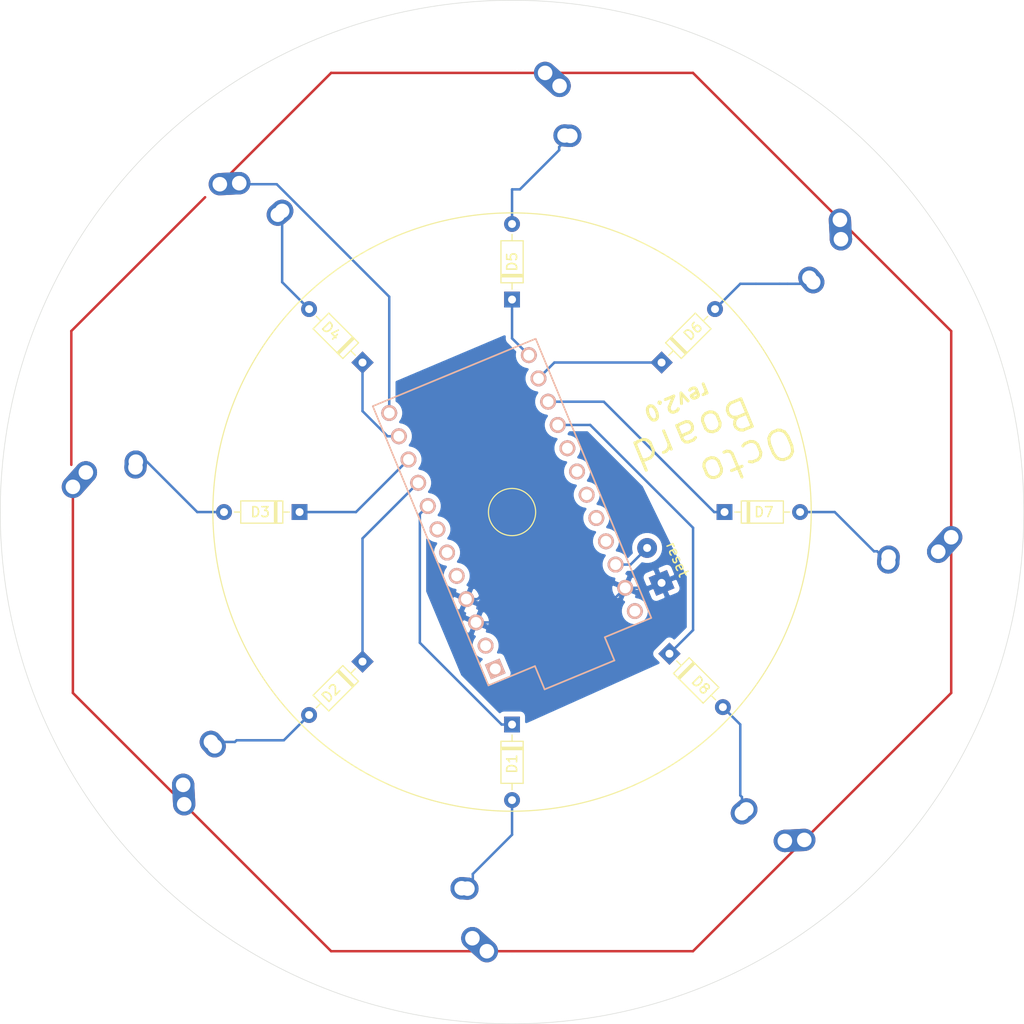
<source format=kicad_pcb>
(kicad_pcb (version 20171130) (host pcbnew "(5.1.5)-3")

  (general
    (thickness 1.6)
    (drawings 8)
    (tracks 88)
    (zones 0)
    (modules 22)
    (nets 31)
  )

  (page A4)
  (layers
    (0 F.Cu signal)
    (31 B.Cu signal)
    (32 B.Adhes user)
    (33 F.Adhes user)
    (34 B.Paste user)
    (35 F.Paste user)
    (36 B.SilkS user)
    (37 F.SilkS user)
    (38 B.Mask user)
    (39 F.Mask user)
    (40 Dwgs.User user)
    (41 Cmts.User user)
    (42 Eco1.User user)
    (43 Eco2.User user)
    (44 Edge.Cuts user)
    (45 Margin user)
    (46 B.CrtYd user)
    (47 F.CrtYd user)
    (48 B.Fab user)
    (49 F.Fab user)
  )

  (setup
    (last_trace_width 0.25)
    (trace_clearance 0.2)
    (zone_clearance 0.508)
    (zone_45_only no)
    (trace_min 0.2)
    (via_size 0.8)
    (via_drill 0.4)
    (via_min_size 0.4)
    (via_min_drill 0.3)
    (uvia_size 0.3)
    (uvia_drill 0.1)
    (uvias_allowed no)
    (uvia_min_size 0.2)
    (uvia_min_drill 0.1)
    (edge_width 0.05)
    (segment_width 0.2)
    (pcb_text_width 0.3)
    (pcb_text_size 1.5 1.5)
    (mod_edge_width 0.12)
    (mod_text_size 1 1)
    (mod_text_width 0.15)
    (pad_size 1.524 1.524)
    (pad_drill 0.762)
    (pad_to_mask_clearance 0.051)
    (solder_mask_min_width 0.25)
    (aux_axis_origin 0 0)
    (grid_origin 159.54375 114.3)
    (visible_elements 7FFFFFFF)
    (pcbplotparams
      (layerselection 0x010fc_ffffffff)
      (usegerberextensions false)
      (usegerberattributes false)
      (usegerberadvancedattributes false)
      (creategerberjobfile false)
      (excludeedgelayer true)
      (linewidth 0.100000)
      (plotframeref false)
      (viasonmask false)
      (mode 1)
      (useauxorigin false)
      (hpglpennumber 1)
      (hpglpenspeed 20)
      (hpglpendiameter 15.000000)
      (psnegative false)
      (psa4output false)
      (plotreference true)
      (plotvalue true)
      (plotinvisibletext false)
      (padsonsilk false)
      (subtractmaskfromsilk false)
      (outputformat 1)
      (mirror false)
      (drillshape 0)
      (scaleselection 1)
      (outputdirectory "Gerbers/"))
  )

  (net 0 "")
  (net 1 "Net-(D1-Pad2)")
  (net 2 ROW0)
  (net 3 "Net-(D2-Pad2)")
  (net 4 ROW1)
  (net 5 "Net-(D3-Pad2)")
  (net 6 ROW2)
  (net 7 "Net-(D4-Pad2)")
  (net 8 ROW3)
  (net 9 "Net-(D5-Pad2)")
  (net 10 ROW4)
  (net 11 "Net-(D6-Pad2)")
  (net 12 ROW5)
  (net 13 "Net-(D7-Pad2)")
  (net 14 ROW6)
  (net 15 "Net-(D8-Pad2)")
  (net 16 ROW7)
  (net 17 COL0)
  (net 18 "Net-(U1-Pad24)")
  (net 19 GND)
  (net 20 "Net-(U1-Pad21)")
  (net 21 "Net-(U1-Pad7)")
  (net 22 "Net-(U1-Pad6)")
  (net 23 "Net-(U1-Pad5)")
  (net 24 "Net-(U1-Pad2)")
  (net 25 "Net-(U1-Pad1)")
  (net 26 "Net-(U1-Pad20)")
  (net 27 "Net-(U1-Pad19)")
  (net 28 "Net-(U1-Pad18)")
  (net 29 "Net-(U1-Pad17)")
  (net 30 RST)

  (net_class Default "This is the default net class."
    (clearance 0.2)
    (trace_width 0.25)
    (via_dia 0.8)
    (via_drill 0.4)
    (uvia_dia 0.3)
    (uvia_drill 0.1)
    (add_net COL0)
    (add_net GND)
    (add_net "Net-(D1-Pad2)")
    (add_net "Net-(D2-Pad2)")
    (add_net "Net-(D3-Pad2)")
    (add_net "Net-(D4-Pad2)")
    (add_net "Net-(D5-Pad2)")
    (add_net "Net-(D6-Pad2)")
    (add_net "Net-(D7-Pad2)")
    (add_net "Net-(D8-Pad2)")
    (add_net "Net-(U1-Pad1)")
    (add_net "Net-(U1-Pad17)")
    (add_net "Net-(U1-Pad18)")
    (add_net "Net-(U1-Pad19)")
    (add_net "Net-(U1-Pad2)")
    (add_net "Net-(U1-Pad20)")
    (add_net "Net-(U1-Pad21)")
    (add_net "Net-(U1-Pad24)")
    (add_net "Net-(U1-Pad5)")
    (add_net "Net-(U1-Pad6)")
    (add_net "Net-(U1-Pad7)")
    (add_net ROW0)
    (add_net ROW1)
    (add_net ROW2)
    (add_net ROW3)
    (add_net ROW4)
    (add_net ROW5)
    (add_net ROW6)
    (add_net ROW7)
    (add_net RST)
  )

  (module MountingHole:MountingHole_2.2mm_M2 (layer F.Cu) (tedit 56D1B4CB) (tstamp 5E9DFB20)
    (at 176.2125 73.025)
    (descr "Mounting Hole 2.2mm, no annular, M2")
    (tags "mounting hole 2.2mm no annular m2")
    (attr virtual)
    (fp_text reference REF** (at 0 -3.2) (layer F.SilkS) hide
      (effects (font (size 1 1) (thickness 0.15)))
    )
    (fp_text value MountingHole_2.2mm_M2 (at 0 3.2) (layer F.Fab)
      (effects (font (size 1 1) (thickness 0.15)))
    )
    (fp_text user %R (at 0.3 0) (layer F.Fab)
      (effects (font (size 1 1) (thickness 0.15)))
    )
    (fp_circle (center 0 0) (end 2.2 0) (layer Cmts.User) (width 0.15))
    (fp_circle (center 0 0) (end 2.45 0) (layer F.CrtYd) (width 0.05))
    (pad 1 np_thru_hole circle (at 0 0) (size 2.2 2.2) (drill 2.2) (layers *.Cu *.Mask))
  )

  (module MountingHole:MountingHole_2.2mm_M2 (layer F.Cu) (tedit 56D1B4CB) (tstamp 5E9DFB20)
    (at 119.0625 97.63125)
    (descr "Mounting Hole 2.2mm, no annular, M2")
    (tags "mounting hole 2.2mm no annular m2")
    (attr virtual)
    (fp_text reference REF** (at 0 -3.2) (layer F.SilkS) hide
      (effects (font (size 1 1) (thickness 0.15)))
    )
    (fp_text value MountingHole_2.2mm_M2 (at 0 3.2) (layer F.Fab)
      (effects (font (size 1 1) (thickness 0.15)))
    )
    (fp_text user %R (at 0.3 0) (layer F.Fab)
      (effects (font (size 1 1) (thickness 0.15)))
    )
    (fp_circle (center 0 0) (end 2.2 0) (layer Cmts.User) (width 0.15))
    (fp_circle (center 0 0) (end 2.45 0) (layer F.CrtYd) (width 0.05))
    (pad 1 np_thru_hole circle (at 0 0) (size 2.2 2.2) (drill 2.2) (layers *.Cu *.Mask))
  )

  (module MountingHole:MountingHole_2.2mm_M2 (layer F.Cu) (tedit 56D1B4CB) (tstamp 5E9DFB20)
    (at 142.875 154.78125)
    (descr "Mounting Hole 2.2mm, no annular, M2")
    (tags "mounting hole 2.2mm no annular m2")
    (attr virtual)
    (fp_text reference REF** (at 0 -3.2) (layer F.SilkS) hide
      (effects (font (size 1 1) (thickness 0.15)))
    )
    (fp_text value MountingHole_2.2mm_M2 (at 0 3.2) (layer F.Fab)
      (effects (font (size 1 1) (thickness 0.15)))
    )
    (fp_text user %R (at 0.3 0) (layer F.Fab)
      (effects (font (size 1 1) (thickness 0.15)))
    )
    (fp_circle (center 0 0) (end 2.2 0) (layer Cmts.User) (width 0.15))
    (fp_circle (center 0 0) (end 2.45 0) (layer F.CrtYd) (width 0.05))
    (pad 1 np_thru_hole circle (at 0 0) (size 2.2 2.2) (drill 2.2) (layers *.Cu *.Mask))
  )

  (module MountingHole:MountingHole_2.2mm_M2 (layer F.Cu) (tedit 56D1B4CB) (tstamp 5E9DFACE)
    (at 200.025 130.96875)
    (descr "Mounting Hole 2.2mm, no annular, M2")
    (tags "mounting hole 2.2mm no annular m2")
    (attr virtual)
    (fp_text reference REF** (at 0 -3.2) (layer F.SilkS) hide
      (effects (font (size 1 1) (thickness 0.15)))
    )
    (fp_text value MountingHole_2.2mm_M2 (at 0 3.2) (layer F.Fab)
      (effects (font (size 1 1) (thickness 0.15)))
    )
    (fp_circle (center 0 0) (end 2.45 0) (layer F.CrtYd) (width 0.05))
    (fp_circle (center 0 0) (end 2.2 0) (layer Cmts.User) (width 0.15))
    (fp_text user %R (at 0 -0.79375) (layer F.Fab)
      (effects (font (size 1 1) (thickness 0.15)))
    )
    (pad 1 np_thru_hole circle (at 0 0) (size 2.2 2.2) (drill 2.2) (layers *.Cu *.Mask))
  )

  (module Connector_Wire:SolderWirePad_1x02_P3.81mm_Drill0.8mm (layer F.Cu) (tedit 5AEE54BF) (tstamp 5E8A4B95)
    (at 174.625 121.44375 112.5)
    (descr "Wire solder connection")
    (tags connector)
    (path /5E89FCAF)
    (attr virtual)
    (fp_text reference reset (at 1.592478 2.377924 112.5) (layer F.SilkS)
      (effects (font (size 1 1) (thickness 0.15)))
    )
    (fp_text value Conn_02x01 (at 0.251639 3.540827 112.5) (layer F.Fab)
      (effects (font (size 1 1) (thickness 0.15)))
    )
    (fp_line (start 5.31 1.5) (end -1.49 1.5) (layer F.CrtYd) (width 0.05))
    (fp_line (start 5.31 1.5) (end 5.31 -1.5) (layer F.CrtYd) (width 0.05))
    (fp_line (start -1.49 -1.5) (end -1.49 1.5) (layer F.CrtYd) (width 0.05))
    (fp_line (start -1.49 -1.5) (end 5.31 -1.5) (layer F.CrtYd) (width 0.05))
    (fp_text user %R (at 1.905 0 45) (layer F.Fab)
      (effects (font (size 1 1) (thickness 0.15)))
    )
    (pad 2 thru_hole circle (at 3.81 0 112.5) (size 1.99898 1.99898) (drill 0.8001) (layers *.Cu *.Mask)
      (net 30 RST))
    (pad 1 thru_hole rect (at 0 0 112.5) (size 1.99898 1.99898) (drill 0.8001) (layers *.Cu *.Mask)
      (net 19 GND))
  )

  (module MX_Alps_Hybrid:MX-1U-NoLED (layer F.Cu) (tedit 5A9F5203) (tstamp 5E8913D4)
    (at 200.025 114.3 180)
    (path /5E8917CA)
    (fp_text reference MX7 (at 0 3.175) (layer Dwgs.User)
      (effects (font (size 1 1) (thickness 0.15)))
    )
    (fp_text value MX-NoLED (at 0 -7.9375) (layer Dwgs.User)
      (effects (font (size 1 1) (thickness 0.15)))
    )
    (fp_line (start -9.525 9.525) (end -9.525 -9.525) (layer Dwgs.User) (width 0.15))
    (fp_line (start 9.525 9.525) (end -9.525 9.525) (layer Dwgs.User) (width 0.15))
    (fp_line (start 9.525 -9.525) (end 9.525 9.525) (layer Dwgs.User) (width 0.15))
    (fp_line (start -9.525 -9.525) (end 9.525 -9.525) (layer Dwgs.User) (width 0.15))
    (fp_line (start -7 -7) (end -7 -5) (layer Dwgs.User) (width 0.15))
    (fp_line (start -5 -7) (end -7 -7) (layer Dwgs.User) (width 0.15))
    (fp_line (start -7 7) (end -5 7) (layer Dwgs.User) (width 0.15))
    (fp_line (start -7 5) (end -7 7) (layer Dwgs.User) (width 0.15))
    (fp_line (start 7 7) (end 7 5) (layer Dwgs.User) (width 0.15))
    (fp_line (start 5 7) (end 7 7) (layer Dwgs.User) (width 0.15))
    (fp_line (start 7 -7) (end 7 -5) (layer Dwgs.User) (width 0.15))
    (fp_line (start 5 -7) (end 7 -7) (layer Dwgs.User) (width 0.15))
    (pad "" np_thru_hole circle (at 5.08 0 228.0996) (size 1.75 1.75) (drill 1.75) (layers *.Cu *.Mask))
    (pad "" np_thru_hole circle (at -5.08 0 228.0996) (size 1.75 1.75) (drill 1.75) (layers *.Cu *.Mask))
    (pad 1 thru_hole circle (at -2.5 -4 180) (size 2.25 2.25) (drill 1.47) (layers *.Cu B.Mask)
      (net 17 COL0))
    (pad "" np_thru_hole circle (at 0 0 180) (size 3.9878 3.9878) (drill 3.9878) (layers *.Cu *.Mask))
    (pad 1 thru_hole oval (at -3.81 -2.54 228.0996) (size 4.211556 2.25) (drill 1.47 (offset 0.980778 0)) (layers *.Cu B.Mask)
      (net 17 COL0))
    (pad 2 thru_hole circle (at 2.54 -5.08 180) (size 2.25 2.25) (drill 1.47) (layers *.Cu B.Mask)
      (net 13 "Net-(D7-Pad2)"))
    (pad 2 thru_hole oval (at 2.5 -4.5 266.0548) (size 2.831378 2.25) (drill 1.47 (offset 0.290689 0)) (layers *.Cu B.Mask)
      (net 13 "Net-(D7-Pad2)"))
  )

  (module promicro:ProMicro (layer B.Cu) (tedit 5A06A962) (tstamp 5E897655)
    (at 159.54375 114.3 112.5)
    (descr "Pro Micro footprint")
    (tags "promicro ProMicro")
    (path /5E88BA59)
    (fp_text reference U1 (at 0 10.16 112.5) (layer B.SilkS) hide
      (effects (font (size 1 1) (thickness 0.15)) (justify mirror))
    )
    (fp_text value ProMicro (at 0 -10.16 112.5) (layer B.Fab)
      (effects (font (size 1 1) (thickness 0.15)) (justify mirror))
    )
    (fp_line (start 15.24 8.89) (end 15.24 -8.89) (layer B.SilkS) (width 0.15))
    (fp_line (start -15.24 8.89) (end 15.24 8.89) (layer B.SilkS) (width 0.15))
    (fp_line (start -15.24 3.81) (end -15.24 8.89) (layer B.SilkS) (width 0.15))
    (fp_line (start -17.78 3.81) (end -15.24 3.81) (layer B.SilkS) (width 0.15))
    (fp_line (start -17.78 -3.81) (end -17.78 3.81) (layer B.SilkS) (width 0.15))
    (fp_line (start -15.24 -3.81) (end -17.78 -3.81) (layer B.SilkS) (width 0.15))
    (fp_line (start -15.24 -8.89) (end -15.24 -3.81) (layer B.SilkS) (width 0.15))
    (fp_line (start -15.24 -8.89) (end 15.24 -8.89) (layer B.SilkS) (width 0.15))
    (fp_line (start -15.24 8.89) (end 15.24 8.89) (layer F.SilkS) (width 0.15))
    (fp_line (start -15.24 3.81) (end -15.24 8.89) (layer F.SilkS) (width 0.15))
    (fp_line (start -17.78 3.81) (end -15.24 3.81) (layer F.SilkS) (width 0.15))
    (fp_line (start -17.78 -3.81) (end -17.78 3.81) (layer F.SilkS) (width 0.15))
    (fp_line (start -15.24 -3.81) (end -17.78 -3.81) (layer F.SilkS) (width 0.15))
    (fp_line (start -15.24 -8.89) (end -15.24 -3.81) (layer F.SilkS) (width 0.15))
    (fp_line (start 15.24 -8.89) (end -15.24 -8.89) (layer F.SilkS) (width 0.15))
    (fp_line (start 15.24 8.89) (end 15.24 -8.89) (layer F.SilkS) (width 0.15))
    (pad 24 thru_hole circle (at -13.97 7.62 112.5) (size 1.6 1.6) (drill 1.1) (layers *.Cu *.Mask B.SilkS)
      (net 18 "Net-(U1-Pad24)"))
    (pad 23 thru_hole circle (at -11.43 7.62 112.5) (size 1.6 1.6) (drill 1.1) (layers *.Cu *.Mask B.SilkS)
      (net 19 GND))
    (pad 22 thru_hole circle (at -8.89 7.62 112.5) (size 1.6 1.6) (drill 1.1) (layers *.Cu *.Mask B.SilkS)
      (net 30 RST))
    (pad 21 thru_hole circle (at -6.35 7.62 112.5) (size 1.6 1.6) (drill 1.1) (layers *.Cu *.Mask B.SilkS)
      (net 20 "Net-(U1-Pad21)"))
    (pad 20 thru_hole circle (at -3.81 7.62 112.5) (size 1.6 1.6) (drill 1.1) (layers *.Cu *.Mask B.SilkS)
      (net 26 "Net-(U1-Pad20)"))
    (pad 19 thru_hole circle (at -1.27 7.62 112.5) (size 1.6 1.6) (drill 1.1) (layers *.Cu *.Mask B.SilkS)
      (net 27 "Net-(U1-Pad19)"))
    (pad 18 thru_hole circle (at 1.27 7.62 112.5) (size 1.6 1.6) (drill 1.1) (layers *.Cu *.Mask B.SilkS)
      (net 28 "Net-(U1-Pad18)"))
    (pad 17 thru_hole circle (at 3.81 7.62 112.5) (size 1.6 1.6) (drill 1.1) (layers *.Cu *.Mask B.SilkS)
      (net 29 "Net-(U1-Pad17)"))
    (pad 16 thru_hole circle (at 6.35 7.62 112.5) (size 1.6 1.6) (drill 1.1) (layers *.Cu *.Mask B.SilkS)
      (net 16 ROW7))
    (pad 15 thru_hole circle (at 8.89 7.62 112.5) (size 1.6 1.6) (drill 1.1) (layers *.Cu *.Mask B.SilkS)
      (net 14 ROW6))
    (pad 14 thru_hole circle (at 11.43 7.62 112.5) (size 1.6 1.6) (drill 1.1) (layers *.Cu *.Mask B.SilkS)
      (net 12 ROW5))
    (pad 13 thru_hole circle (at 13.97 7.62 112.5) (size 1.6 1.6) (drill 1.1) (layers *.Cu *.Mask B.SilkS)
      (net 10 ROW4))
    (pad 12 thru_hole circle (at 13.97 -7.62 112.5) (size 1.6 1.6) (drill 1.1) (layers *.Cu *.Mask B.SilkS)
      (net 17 COL0))
    (pad 11 thru_hole circle (at 11.43 -7.62 112.5) (size 1.6 1.6) (drill 1.1) (layers *.Cu *.Mask B.SilkS)
      (net 8 ROW3))
    (pad 10 thru_hole circle (at 8.89 -7.62 112.5) (size 1.6 1.6) (drill 1.1) (layers *.Cu *.Mask B.SilkS)
      (net 6 ROW2))
    (pad 9 thru_hole circle (at 6.35 -7.62 112.5) (size 1.6 1.6) (drill 1.1) (layers *.Cu *.Mask B.SilkS)
      (net 4 ROW1))
    (pad 8 thru_hole circle (at 3.81 -7.62 112.5) (size 1.6 1.6) (drill 1.1) (layers *.Cu *.Mask B.SilkS)
      (net 2 ROW0))
    (pad 7 thru_hole circle (at 1.27 -7.62 112.5) (size 1.6 1.6) (drill 1.1) (layers *.Cu *.Mask B.SilkS)
      (net 21 "Net-(U1-Pad7)"))
    (pad 6 thru_hole circle (at -1.27 -7.62 112.5) (size 1.6 1.6) (drill 1.1) (layers *.Cu *.Mask B.SilkS)
      (net 22 "Net-(U1-Pad6)"))
    (pad 5 thru_hole circle (at -3.81 -7.62 112.5) (size 1.6 1.6) (drill 1.1) (layers *.Cu *.Mask B.SilkS)
      (net 23 "Net-(U1-Pad5)"))
    (pad 4 thru_hole circle (at -6.35 -7.62 112.5) (size 1.6 1.6) (drill 1.1) (layers *.Cu *.Mask B.SilkS)
      (net 19 GND))
    (pad 3 thru_hole circle (at -8.89 -7.62 112.5) (size 1.6 1.6) (drill 1.1) (layers *.Cu *.Mask B.SilkS)
      (net 19 GND))
    (pad 2 thru_hole circle (at -11.43 -7.62 112.5) (size 1.6 1.6) (drill 1.1) (layers *.Cu *.Mask B.SilkS)
      (net 24 "Net-(U1-Pad2)"))
    (pad 1 thru_hole rect (at -13.97 -7.62 112.5) (size 1.6 1.6) (drill 1.1) (layers *.Cu *.Mask B.SilkS)
      (net 25 "Net-(U1-Pad1)"))
  )

  (module MX_Alps_Hybrid:MX-1U-NoLED (layer F.Cu) (tedit 5A9F5203) (tstamp 5E8913EB)
    (at 188.11875 142.875 135)
    (path /5E892461)
    (fp_text reference MX8 (at 0 3.175 135) (layer Dwgs.User)
      (effects (font (size 1 1) (thickness 0.15)))
    )
    (fp_text value MX-NoLED (at 0 -7.9375 135) (layer Dwgs.User)
      (effects (font (size 1 1) (thickness 0.15)))
    )
    (fp_line (start -9.525 9.525) (end -9.525 -9.525) (layer Dwgs.User) (width 0.15))
    (fp_line (start 9.525 9.525) (end -9.525 9.525) (layer Dwgs.User) (width 0.15))
    (fp_line (start 9.525 -9.525) (end 9.525 9.525) (layer Dwgs.User) (width 0.15))
    (fp_line (start -9.525 -9.525) (end 9.525 -9.525) (layer Dwgs.User) (width 0.15))
    (fp_line (start -7 -7) (end -7 -5) (layer Dwgs.User) (width 0.15))
    (fp_line (start -5 -7) (end -7 -7) (layer Dwgs.User) (width 0.15))
    (fp_line (start -7 7) (end -5 7) (layer Dwgs.User) (width 0.15))
    (fp_line (start -7 5) (end -7 7) (layer Dwgs.User) (width 0.15))
    (fp_line (start 7 7) (end 7 5) (layer Dwgs.User) (width 0.15))
    (fp_line (start 5 7) (end 7 7) (layer Dwgs.User) (width 0.15))
    (fp_line (start 7 -7) (end 7 -5) (layer Dwgs.User) (width 0.15))
    (fp_line (start 5 -7) (end 7 -7) (layer Dwgs.User) (width 0.15))
    (pad "" np_thru_hole circle (at 5.08 0 183.0996) (size 1.75 1.75) (drill 1.75) (layers *.Cu *.Mask))
    (pad "" np_thru_hole circle (at -5.08 0 183.0996) (size 1.75 1.75) (drill 1.75) (layers *.Cu *.Mask))
    (pad 1 thru_hole circle (at -2.5 -4 135) (size 2.25 2.25) (drill 1.47) (layers *.Cu B.Mask)
      (net 17 COL0))
    (pad "" np_thru_hole circle (at 0 0 135) (size 3.9878 3.9878) (drill 3.9878) (layers *.Cu *.Mask))
    (pad 1 thru_hole oval (at -3.81 -2.54 183.0996) (size 4.211556 2.25) (drill 1.47 (offset 0.980778 0)) (layers *.Cu B.Mask)
      (net 17 COL0))
    (pad 2 thru_hole circle (at 2.54 -5.08 135) (size 2.25 2.25) (drill 1.47) (layers *.Cu B.Mask)
      (net 15 "Net-(D8-Pad2)"))
    (pad 2 thru_hole oval (at 2.5 -4.5 221.0548) (size 2.831378 2.25) (drill 1.47 (offset 0.290689 0)) (layers *.Cu B.Mask)
      (net 15 "Net-(D8-Pad2)"))
  )

  (module MX_Alps_Hybrid:MX-1U-NoLED (layer F.Cu) (tedit 5A9F5203) (tstamp 5E8959D9)
    (at 188.11875 85.725 225)
    (path /5E891726)
    (fp_text reference MX6 (at 0 3.175 45) (layer Dwgs.User)
      (effects (font (size 1 1) (thickness 0.15)))
    )
    (fp_text value MX-NoLED (at 0 -7.9375 45) (layer Dwgs.User)
      (effects (font (size 1 1) (thickness 0.15)))
    )
    (fp_line (start -9.525 9.525) (end -9.525 -9.525) (layer Dwgs.User) (width 0.15))
    (fp_line (start 9.525 9.525) (end -9.525 9.525) (layer Dwgs.User) (width 0.15))
    (fp_line (start 9.525 -9.525) (end 9.525 9.525) (layer Dwgs.User) (width 0.15))
    (fp_line (start -9.525 -9.525) (end 9.525 -9.525) (layer Dwgs.User) (width 0.15))
    (fp_line (start -7 -7) (end -7 -5) (layer Dwgs.User) (width 0.15))
    (fp_line (start -5 -7) (end -7 -7) (layer Dwgs.User) (width 0.15))
    (fp_line (start -7 7) (end -5 7) (layer Dwgs.User) (width 0.15))
    (fp_line (start -7 5) (end -7 7) (layer Dwgs.User) (width 0.15))
    (fp_line (start 7 7) (end 7 5) (layer Dwgs.User) (width 0.15))
    (fp_line (start 5 7) (end 7 7) (layer Dwgs.User) (width 0.15))
    (fp_line (start 7 -7) (end 7 -5) (layer Dwgs.User) (width 0.15))
    (fp_line (start 5 -7) (end 7 -7) (layer Dwgs.User) (width 0.15))
    (pad "" np_thru_hole circle (at 5.08 0 273.0996) (size 1.75 1.75) (drill 1.75) (layers *.Cu *.Mask))
    (pad "" np_thru_hole circle (at -5.08 0 273.0996) (size 1.75 1.75) (drill 1.75) (layers *.Cu *.Mask))
    (pad 1 thru_hole circle (at -2.5 -4 225) (size 2.25 2.25) (drill 1.47) (layers *.Cu B.Mask)
      (net 17 COL0))
    (pad "" np_thru_hole circle (at 0 0 225) (size 3.9878 3.9878) (drill 3.9878) (layers *.Cu *.Mask))
    (pad 1 thru_hole oval (at -3.81 -2.54 273.0996) (size 4.211556 2.25) (drill 1.47 (offset 0.980778 0)) (layers *.Cu B.Mask)
      (net 17 COL0))
    (pad 2 thru_hole circle (at 2.54 -5.08 225) (size 2.25 2.25) (drill 1.47) (layers *.Cu B.Mask)
      (net 11 "Net-(D6-Pad2)"))
    (pad 2 thru_hole oval (at 2.5 -4.5 311.0548) (size 2.831378 2.25) (drill 1.47 (offset 0.290689 0)) (layers *.Cu B.Mask)
      (net 11 "Net-(D6-Pad2)"))
  )

  (module MX_Alps_Hybrid:MX-1U-NoLED (layer F.Cu) (tedit 5A9F5203) (tstamp 5E8913A6)
    (at 160.3375 73.81875 270)
    (path /5E8904A7)
    (fp_text reference MX5 (at 0 3.175 90) (layer Dwgs.User)
      (effects (font (size 1 1) (thickness 0.15)))
    )
    (fp_text value MX-NoLED (at -1.5875 -7.9375 90) (layer Dwgs.User)
      (effects (font (size 1 1) (thickness 0.15)))
    )
    (fp_line (start -9.525 9.525) (end -9.525 -9.525) (layer Dwgs.User) (width 0.15))
    (fp_line (start 9.525 9.525) (end -9.525 9.525) (layer Dwgs.User) (width 0.15))
    (fp_line (start 9.525 -9.525) (end 9.525 9.525) (layer Dwgs.User) (width 0.15))
    (fp_line (start -9.525 -9.525) (end 9.525 -9.525) (layer Dwgs.User) (width 0.15))
    (fp_line (start -7 -7) (end -7 -5) (layer Dwgs.User) (width 0.15))
    (fp_line (start -5 -7) (end -7 -7) (layer Dwgs.User) (width 0.15))
    (fp_line (start -7 7) (end -5 7) (layer Dwgs.User) (width 0.15))
    (fp_line (start -7 5) (end -7 7) (layer Dwgs.User) (width 0.15))
    (fp_line (start 7 7) (end 7 5) (layer Dwgs.User) (width 0.15))
    (fp_line (start 5 7) (end 7 7) (layer Dwgs.User) (width 0.15))
    (fp_line (start 7 -7) (end 7 -5) (layer Dwgs.User) (width 0.15))
    (fp_line (start 5 -7) (end 7 -7) (layer Dwgs.User) (width 0.15))
    (pad "" np_thru_hole circle (at 5.08 0 318.0996) (size 1.75 1.75) (drill 1.75) (layers *.Cu *.Mask))
    (pad "" np_thru_hole circle (at -5.08 0 318.0996) (size 1.75 1.75) (drill 1.75) (layers *.Cu *.Mask))
    (pad 1 thru_hole circle (at -2.5 -4 270) (size 2.25 2.25) (drill 1.47) (layers *.Cu B.Mask)
      (net 17 COL0))
    (pad "" np_thru_hole circle (at 0 0 270) (size 3.9878 3.9878) (drill 3.9878) (layers *.Cu *.Mask))
    (pad 1 thru_hole oval (at -3.81 -2.54 318.0996) (size 4.211556 2.25) (drill 1.47 (offset 0.980778 0)) (layers *.Cu B.Mask)
      (net 17 COL0))
    (pad 2 thru_hole circle (at 2.54 -5.08 270) (size 2.25 2.25) (drill 1.47) (layers *.Cu B.Mask)
      (net 9 "Net-(D5-Pad2)"))
    (pad 2 thru_hole oval (at 2.5 -4.5 356.0548) (size 2.831378 2.25) (drill 1.47 (offset 0.290689 0)) (layers *.Cu B.Mask)
      (net 9 "Net-(D5-Pad2)"))
  )

  (module MX_Alps_Hybrid:MX-1U-NoLED (layer F.Cu) (tedit 5A9F5203) (tstamp 5E89138F)
    (at 130.96875 85.725 315)
    (path /5E88F90E)
    (fp_text reference MX4 (at 0 3.175 135) (layer Dwgs.User)
      (effects (font (size 1 1) (thickness 0.15)))
    )
    (fp_text value MX-NoLED (at 0 -7.9375 135) (layer Dwgs.User)
      (effects (font (size 1 1) (thickness 0.15)))
    )
    (fp_line (start -9.525 9.525) (end -9.525 -9.525) (layer Dwgs.User) (width 0.15))
    (fp_line (start 9.525 9.525) (end -9.525 9.525) (layer Dwgs.User) (width 0.15))
    (fp_line (start 9.525 -9.525) (end 9.525 9.525) (layer Dwgs.User) (width 0.15))
    (fp_line (start -9.525 -9.525) (end 9.525 -9.525) (layer Dwgs.User) (width 0.15))
    (fp_line (start -7 -7) (end -7 -5) (layer Dwgs.User) (width 0.15))
    (fp_line (start -5 -7) (end -7 -7) (layer Dwgs.User) (width 0.15))
    (fp_line (start -7 7) (end -5 7) (layer Dwgs.User) (width 0.15))
    (fp_line (start -7 5) (end -7 7) (layer Dwgs.User) (width 0.15))
    (fp_line (start 7 7) (end 7 5) (layer Dwgs.User) (width 0.15))
    (fp_line (start 5 7) (end 7 7) (layer Dwgs.User) (width 0.15))
    (fp_line (start 7 -7) (end 7 -5) (layer Dwgs.User) (width 0.15))
    (fp_line (start 5 -7) (end 7 -7) (layer Dwgs.User) (width 0.15))
    (pad "" np_thru_hole circle (at 5.08 0 3.0996) (size 1.75 1.75) (drill 1.75) (layers *.Cu *.Mask))
    (pad "" np_thru_hole circle (at -5.08 0 3.0996) (size 1.75 1.75) (drill 1.75) (layers *.Cu *.Mask))
    (pad 1 thru_hole circle (at -2.5 -4 315) (size 2.25 2.25) (drill 1.47) (layers *.Cu B.Mask)
      (net 17 COL0))
    (pad "" np_thru_hole circle (at 0 0 315) (size 3.9878 3.9878) (drill 3.9878) (layers *.Cu *.Mask))
    (pad 1 thru_hole oval (at -3.81 -2.54 3.0996) (size 4.211556 2.25) (drill 1.47 (offset 0.980778 0)) (layers *.Cu B.Mask)
      (net 17 COL0))
    (pad 2 thru_hole circle (at 2.54 -5.08 315) (size 2.25 2.25) (drill 1.47) (layers *.Cu B.Mask)
      (net 7 "Net-(D4-Pad2)"))
    (pad 2 thru_hole oval (at 2.5 -4.5 41.0548) (size 2.831378 2.25) (drill 1.47 (offset 0.290689 0)) (layers *.Cu B.Mask)
      (net 7 "Net-(D4-Pad2)"))
  )

  (module MX_Alps_Hybrid:MX-1U-NoLED (layer F.Cu) (tedit 5A9F5203) (tstamp 5E891378)
    (at 119.0625 114.3)
    (path /5E88C249)
    (fp_text reference MX3 (at 0 3.175) (layer Dwgs.User)
      (effects (font (size 1 1) (thickness 0.15)))
    )
    (fp_text value MX-NoLED (at 0 -7.9375) (layer Dwgs.User)
      (effects (font (size 1 1) (thickness 0.15)))
    )
    (fp_line (start -9.525 9.525) (end -9.525 -9.525) (layer Dwgs.User) (width 0.15))
    (fp_line (start 9.525 9.525) (end -9.525 9.525) (layer Dwgs.User) (width 0.15))
    (fp_line (start 9.525 -9.525) (end 9.525 9.525) (layer Dwgs.User) (width 0.15))
    (fp_line (start -9.525 -9.525) (end 9.525 -9.525) (layer Dwgs.User) (width 0.15))
    (fp_line (start -7 -7) (end -7 -5) (layer Dwgs.User) (width 0.15))
    (fp_line (start -5 -7) (end -7 -7) (layer Dwgs.User) (width 0.15))
    (fp_line (start -7 7) (end -5 7) (layer Dwgs.User) (width 0.15))
    (fp_line (start -7 5) (end -7 7) (layer Dwgs.User) (width 0.15))
    (fp_line (start 7 7) (end 7 5) (layer Dwgs.User) (width 0.15))
    (fp_line (start 5 7) (end 7 7) (layer Dwgs.User) (width 0.15))
    (fp_line (start 7 -7) (end 7 -5) (layer Dwgs.User) (width 0.15))
    (fp_line (start 5 -7) (end 7 -7) (layer Dwgs.User) (width 0.15))
    (pad "" np_thru_hole circle (at 5.08 0 48.0996) (size 1.75 1.75) (drill 1.75) (layers *.Cu *.Mask))
    (pad "" np_thru_hole circle (at -5.08 0 48.0996) (size 1.75 1.75) (drill 1.75) (layers *.Cu *.Mask))
    (pad 1 thru_hole circle (at -2.5 -4) (size 2.25 2.25) (drill 1.47) (layers *.Cu B.Mask)
      (net 17 COL0))
    (pad "" np_thru_hole circle (at 0 0) (size 3.9878 3.9878) (drill 3.9878) (layers *.Cu *.Mask))
    (pad 1 thru_hole oval (at -3.81 -2.54 48.0996) (size 4.211556 2.25) (drill 1.47 (offset 0.980778 0)) (layers *.Cu B.Mask)
      (net 17 COL0))
    (pad 2 thru_hole circle (at 2.54 -5.08) (size 2.25 2.25) (drill 1.47) (layers *.Cu B.Mask)
      (net 5 "Net-(D3-Pad2)"))
    (pad 2 thru_hole oval (at 2.5 -4.5 86.0548) (size 2.831378 2.25) (drill 1.47 (offset 0.290689 0)) (layers *.Cu B.Mask)
      (net 5 "Net-(D3-Pad2)"))
  )

  (module MX_Alps_Hybrid:MX-1U-NoLED (layer F.Cu) (tedit 5A9F5203) (tstamp 5E8939D0)
    (at 130.96875 142.875 45)
    (path /5E892A96)
    (fp_text reference MX2 (at 0 3.175 45) (layer Dwgs.User)
      (effects (font (size 1 1) (thickness 0.15)))
    )
    (fp_text value MX-NoLED (at 0 -7.9375 45) (layer Dwgs.User)
      (effects (font (size 1 1) (thickness 0.15)))
    )
    (fp_line (start -9.525 9.525) (end -9.525 -9.525) (layer Dwgs.User) (width 0.15))
    (fp_line (start 9.525 9.525) (end -9.525 9.525) (layer Dwgs.User) (width 0.15))
    (fp_line (start 9.525 -9.525) (end 9.525 9.525) (layer Dwgs.User) (width 0.15))
    (fp_line (start -9.525 -9.525) (end 9.525 -9.525) (layer Dwgs.User) (width 0.15))
    (fp_line (start -7 -7) (end -7 -5) (layer Dwgs.User) (width 0.15))
    (fp_line (start -5 -7) (end -7 -7) (layer Dwgs.User) (width 0.15))
    (fp_line (start -7 7) (end -5 7) (layer Dwgs.User) (width 0.15))
    (fp_line (start -7 5) (end -7 7) (layer Dwgs.User) (width 0.15))
    (fp_line (start 7 7) (end 7 5) (layer Dwgs.User) (width 0.15))
    (fp_line (start 5 7) (end 7 7) (layer Dwgs.User) (width 0.15))
    (fp_line (start 7 -7) (end 7 -5) (layer Dwgs.User) (width 0.15))
    (fp_line (start 5 -7) (end 7 -7) (layer Dwgs.User) (width 0.15))
    (pad "" np_thru_hole circle (at 5.08 0 93.0996) (size 1.75 1.75) (drill 1.75) (layers *.Cu *.Mask))
    (pad "" np_thru_hole circle (at -5.08 0 93.0996) (size 1.75 1.75) (drill 1.75) (layers *.Cu *.Mask))
    (pad 1 thru_hole circle (at -2.5 -4 45) (size 2.25 2.25) (drill 1.47) (layers *.Cu B.Mask)
      (net 17 COL0))
    (pad "" np_thru_hole circle (at 0 0 45) (size 3.9878 3.9878) (drill 3.9878) (layers *.Cu *.Mask))
    (pad 1 thru_hole oval (at -3.81 -2.54 93.0996) (size 4.211556 2.25) (drill 1.47 (offset 0.980778 0)) (layers *.Cu B.Mask)
      (net 17 COL0))
    (pad 2 thru_hole circle (at 2.54 -5.08 45) (size 2.25 2.25) (drill 1.47) (layers *.Cu B.Mask)
      (net 3 "Net-(D2-Pad2)"))
    (pad 2 thru_hole oval (at 2.5 -4.5 131.0548) (size 2.831378 2.25) (drill 1.47 (offset 0.290689 0)) (layers *.Cu B.Mask)
      (net 3 "Net-(D2-Pad2)"))
  )

  (module MX_Alps_Hybrid:MX-1U-NoLED (layer F.Cu) (tedit 5A9F5203) (tstamp 5E89134A)
    (at 159.54375 154.78125 90)
    (path /5E891EF8)
    (fp_text reference MX1 (at 0 3.175 90) (layer Dwgs.User)
      (effects (font (size 1 1) (thickness 0.15)))
    )
    (fp_text value MX-NoLED (at 0 -7.9375 90) (layer Dwgs.User)
      (effects (font (size 1 1) (thickness 0.15)))
    )
    (fp_line (start -9.525 9.525) (end -9.525 -9.525) (layer Dwgs.User) (width 0.15))
    (fp_line (start 9.525 9.525) (end -9.525 9.525) (layer Dwgs.User) (width 0.15))
    (fp_line (start 9.525 -9.525) (end 9.525 9.525) (layer Dwgs.User) (width 0.15))
    (fp_line (start -9.525 -9.525) (end 9.525 -9.525) (layer Dwgs.User) (width 0.15))
    (fp_line (start -7 -7) (end -7 -5) (layer Dwgs.User) (width 0.15))
    (fp_line (start -5 -7) (end -7 -7) (layer Dwgs.User) (width 0.15))
    (fp_line (start -7 7) (end -5 7) (layer Dwgs.User) (width 0.15))
    (fp_line (start -7 5) (end -7 7) (layer Dwgs.User) (width 0.15))
    (fp_line (start 7 7) (end 7 5) (layer Dwgs.User) (width 0.15))
    (fp_line (start 5 7) (end 7 7) (layer Dwgs.User) (width 0.15))
    (fp_line (start 7 -7) (end 7 -5) (layer Dwgs.User) (width 0.15))
    (fp_line (start 5 -7) (end 7 -7) (layer Dwgs.User) (width 0.15))
    (pad "" np_thru_hole circle (at 5.08 0 138.0996) (size 1.75 1.75) (drill 1.75) (layers *.Cu *.Mask))
    (pad "" np_thru_hole circle (at -5.08 0 138.0996) (size 1.75 1.75) (drill 1.75) (layers *.Cu *.Mask))
    (pad 1 thru_hole circle (at -2.5 -4 90) (size 2.25 2.25) (drill 1.47) (layers *.Cu B.Mask)
      (net 17 COL0))
    (pad "" np_thru_hole circle (at 0 0 90) (size 3.9878 3.9878) (drill 3.9878) (layers *.Cu *.Mask))
    (pad 1 thru_hole oval (at -3.81 -2.54 138.0996) (size 4.211556 2.25) (drill 1.47 (offset 0.980778 0)) (layers *.Cu B.Mask)
      (net 17 COL0))
    (pad 2 thru_hole circle (at 2.54 -5.08 90) (size 2.25 2.25) (drill 1.47) (layers *.Cu B.Mask)
      (net 1 "Net-(D1-Pad2)"))
    (pad 2 thru_hole oval (at 2.5 -4.5 176.0548) (size 2.831378 2.25) (drill 1.47 (offset 0.290689 0)) (layers *.Cu B.Mask)
      (net 1 "Net-(D1-Pad2)"))
  )

  (module Diode_THT:D_DO-35_SOD27_P7.62mm_Horizontal (layer F.Cu) (tedit 5AE50CD5) (tstamp 5E891333)
    (at 175.41875 128.5875 315)
    (descr "Diode, DO-35_SOD27 series, Axial, Horizontal, pin pitch=7.62mm, , length*diameter=4*2mm^2, , http://www.diodes.com/_files/packages/DO-35.pdf")
    (tags "Diode DO-35_SOD27 series Axial Horizontal pin pitch 7.62mm  length 4mm diameter 2mm")
    (path /5E892467)
    (fp_text reference D8 (at 4.490128 0 135) (layer F.SilkS)
      (effects (font (size 1 1) (thickness 0.15)))
    )
    (fp_text value SOD27 (at 3.81 2.12 135) (layer F.Fab)
      (effects (font (size 1 1) (thickness 0.15)))
    )
    (fp_text user K (at 0 -1.8 135) (layer F.SilkS) hide
      (effects (font (size 1 1) (thickness 0.15)))
    )
    (fp_text user K (at 0 -1.8 135) (layer F.Fab)
      (effects (font (size 1 1) (thickness 0.15)))
    )
    (fp_text user %R (at 4.11 0 135) (layer F.Fab)
      (effects (font (size 0.8 0.8) (thickness 0.12)))
    )
    (fp_line (start 8.67 -1.25) (end -1.05 -1.25) (layer F.CrtYd) (width 0.05))
    (fp_line (start 8.67 1.25) (end 8.67 -1.25) (layer F.CrtYd) (width 0.05))
    (fp_line (start -1.05 1.25) (end 8.67 1.25) (layer F.CrtYd) (width 0.05))
    (fp_line (start -1.05 -1.25) (end -1.05 1.25) (layer F.CrtYd) (width 0.05))
    (fp_line (start 2.29 -1.12) (end 2.29 1.12) (layer F.SilkS) (width 0.12))
    (fp_line (start 2.53 -1.12) (end 2.53 1.12) (layer F.SilkS) (width 0.12))
    (fp_line (start 2.41 -1.12) (end 2.41 1.12) (layer F.SilkS) (width 0.12))
    (fp_line (start 6.58 0) (end 5.93 0) (layer F.SilkS) (width 0.12))
    (fp_line (start 1.04 0) (end 1.69 0) (layer F.SilkS) (width 0.12))
    (fp_line (start 5.93 -1.12) (end 1.69 -1.12) (layer F.SilkS) (width 0.12))
    (fp_line (start 5.93 1.12) (end 5.93 -1.12) (layer F.SilkS) (width 0.12))
    (fp_line (start 1.69 1.12) (end 5.93 1.12) (layer F.SilkS) (width 0.12))
    (fp_line (start 1.69 -1.12) (end 1.69 1.12) (layer F.SilkS) (width 0.12))
    (fp_line (start 2.31 -1) (end 2.31 1) (layer F.Fab) (width 0.1))
    (fp_line (start 2.51 -1) (end 2.51 1) (layer F.Fab) (width 0.1))
    (fp_line (start 2.41 -1) (end 2.41 1) (layer F.Fab) (width 0.1))
    (fp_line (start 7.62 0) (end 5.81 0) (layer F.Fab) (width 0.1))
    (fp_line (start 0 0) (end 1.81 0) (layer F.Fab) (width 0.1))
    (fp_line (start 5.81 -1) (end 1.81 -1) (layer F.Fab) (width 0.1))
    (fp_line (start 5.81 1) (end 5.81 -1) (layer F.Fab) (width 0.1))
    (fp_line (start 1.81 1) (end 5.81 1) (layer F.Fab) (width 0.1))
    (fp_line (start 1.81 -1) (end 1.81 1) (layer F.Fab) (width 0.1))
    (pad 2 thru_hole oval (at 7.62 0 315) (size 1.6 1.6) (drill 0.8) (layers *.Cu *.Mask)
      (net 15 "Net-(D8-Pad2)"))
    (pad 1 thru_hole rect (at 0 0 315) (size 1.6 1.6) (drill 0.8) (layers *.Cu *.Mask)
      (net 16 ROW7))
    (model ${KISYS3DMOD}/Diode_THT.3dshapes/D_DO-35_SOD27_P7.62mm_Horizontal.wrl
      (at (xyz 0 0 0))
      (scale (xyz 1 1 1))
      (rotate (xyz 0 0 0))
    )
  )

  (module Diode_THT:D_DO-35_SOD27_P7.62mm_Horizontal (layer F.Cu) (tedit 5AE50CD5) (tstamp 5E891314)
    (at 180.975 114.3)
    (descr "Diode, DO-35_SOD27 series, Axial, Horizontal, pin pitch=7.62mm, , length*diameter=4*2mm^2, , http://www.diodes.com/_files/packages/DO-35.pdf")
    (tags "Diode DO-35_SOD27 series Axial Horizontal pin pitch 7.62mm  length 4mm diameter 2mm")
    (path /5E8917D0)
    (fp_text reference D7 (at 3.96875 0) (layer F.SilkS)
      (effects (font (size 1 1) (thickness 0.15)))
    )
    (fp_text value SOD27 (at 3.81 2.12) (layer F.Fab)
      (effects (font (size 1 1) (thickness 0.15)))
    )
    (fp_text user K (at 0 -1.8) (layer F.SilkS) hide
      (effects (font (size 1 1) (thickness 0.15)))
    )
    (fp_text user K (at 0 -1.8) (layer F.Fab)
      (effects (font (size 1 1) (thickness 0.15)))
    )
    (fp_text user %R (at 4.11 0) (layer F.Fab)
      (effects (font (size 0.8 0.8) (thickness 0.12)))
    )
    (fp_line (start 8.67 -1.25) (end -1.05 -1.25) (layer F.CrtYd) (width 0.05))
    (fp_line (start 8.67 1.25) (end 8.67 -1.25) (layer F.CrtYd) (width 0.05))
    (fp_line (start -1.05 1.25) (end 8.67 1.25) (layer F.CrtYd) (width 0.05))
    (fp_line (start -1.05 -1.25) (end -1.05 1.25) (layer F.CrtYd) (width 0.05))
    (fp_line (start 2.29 -1.12) (end 2.29 1.12) (layer F.SilkS) (width 0.12))
    (fp_line (start 2.53 -1.12) (end 2.53 1.12) (layer F.SilkS) (width 0.12))
    (fp_line (start 2.41 -1.12) (end 2.41 1.12) (layer F.SilkS) (width 0.12))
    (fp_line (start 6.58 0) (end 5.93 0) (layer F.SilkS) (width 0.12))
    (fp_line (start 1.04 0) (end 1.69 0) (layer F.SilkS) (width 0.12))
    (fp_line (start 5.93 -1.12) (end 1.69 -1.12) (layer F.SilkS) (width 0.12))
    (fp_line (start 5.93 1.12) (end 5.93 -1.12) (layer F.SilkS) (width 0.12))
    (fp_line (start 1.69 1.12) (end 5.93 1.12) (layer F.SilkS) (width 0.12))
    (fp_line (start 1.69 -1.12) (end 1.69 1.12) (layer F.SilkS) (width 0.12))
    (fp_line (start 2.31 -1) (end 2.31 1) (layer F.Fab) (width 0.1))
    (fp_line (start 2.51 -1) (end 2.51 1) (layer F.Fab) (width 0.1))
    (fp_line (start 2.41 -1) (end 2.41 1) (layer F.Fab) (width 0.1))
    (fp_line (start 7.62 0) (end 5.81 0) (layer F.Fab) (width 0.1))
    (fp_line (start 0 0) (end 1.81 0) (layer F.Fab) (width 0.1))
    (fp_line (start 5.81 -1) (end 1.81 -1) (layer F.Fab) (width 0.1))
    (fp_line (start 5.81 1) (end 5.81 -1) (layer F.Fab) (width 0.1))
    (fp_line (start 1.81 1) (end 5.81 1) (layer F.Fab) (width 0.1))
    (fp_line (start 1.81 -1) (end 1.81 1) (layer F.Fab) (width 0.1))
    (pad 2 thru_hole oval (at 7.62 0) (size 1.6 1.6) (drill 0.8) (layers *.Cu *.Mask)
      (net 13 "Net-(D7-Pad2)"))
    (pad 1 thru_hole rect (at 0 0) (size 1.6 1.6) (drill 0.8) (layers *.Cu *.Mask)
      (net 14 ROW6))
    (model ${KISYS3DMOD}/Diode_THT.3dshapes/D_DO-35_SOD27_P7.62mm_Horizontal.wrl
      (at (xyz 0 0 0))
      (scale (xyz 1 1 1))
      (rotate (xyz 0 0 0))
    )
  )

  (module Diode_THT:D_DO-35_SOD27_P7.62mm_Horizontal (layer F.Cu) (tedit 5AE50CD5) (tstamp 5E8912F5)
    (at 174.625 99.21875 45)
    (descr "Diode, DO-35_SOD27 series, Axial, Horizontal, pin pitch=7.62mm, , length*diameter=4*2mm^2, , http://www.diodes.com/_files/packages/DO-35.pdf")
    (tags "Diode DO-35_SOD27 series Axial Horizontal pin pitch 7.62mm  length 4mm diameter 2mm")
    (path /5E89172C)
    (fp_text reference D6 (at 4.490128 0 45) (layer F.SilkS)
      (effects (font (size 1 1) (thickness 0.15)))
    )
    (fp_text value SOD27 (at 3.81 2.12 45) (layer F.Fab)
      (effects (font (size 1 1) (thickness 0.15)))
    )
    (fp_text user K (at 0 -1.8 45) (layer F.SilkS) hide
      (effects (font (size 1 1) (thickness 0.15)))
    )
    (fp_text user K (at 0 -1.8 45) (layer F.Fab)
      (effects (font (size 1 1) (thickness 0.15)))
    )
    (fp_text user %R (at 4.11 0 45) (layer F.Fab)
      (effects (font (size 0.8 0.8) (thickness 0.12)))
    )
    (fp_line (start 8.67 -1.25) (end -1.05 -1.25) (layer F.CrtYd) (width 0.05))
    (fp_line (start 8.67 1.25) (end 8.67 -1.25) (layer F.CrtYd) (width 0.05))
    (fp_line (start -1.05 1.25) (end 8.67 1.25) (layer F.CrtYd) (width 0.05))
    (fp_line (start -1.05 -1.25) (end -1.05 1.25) (layer F.CrtYd) (width 0.05))
    (fp_line (start 2.29 -1.12) (end 2.29 1.12) (layer F.SilkS) (width 0.12))
    (fp_line (start 2.53 -1.12) (end 2.53 1.12) (layer F.SilkS) (width 0.12))
    (fp_line (start 2.41 -1.12) (end 2.41 1.12) (layer F.SilkS) (width 0.12))
    (fp_line (start 6.58 0) (end 5.93 0) (layer F.SilkS) (width 0.12))
    (fp_line (start 1.04 0) (end 1.69 0) (layer F.SilkS) (width 0.12))
    (fp_line (start 5.93 -1.12) (end 1.69 -1.12) (layer F.SilkS) (width 0.12))
    (fp_line (start 5.93 1.12) (end 5.93 -1.12) (layer F.SilkS) (width 0.12))
    (fp_line (start 1.69 1.12) (end 5.93 1.12) (layer F.SilkS) (width 0.12))
    (fp_line (start 1.69 -1.12) (end 1.69 1.12) (layer F.SilkS) (width 0.12))
    (fp_line (start 2.31 -1) (end 2.31 1) (layer F.Fab) (width 0.1))
    (fp_line (start 2.51 -1) (end 2.51 1) (layer F.Fab) (width 0.1))
    (fp_line (start 2.41 -1) (end 2.41 1) (layer F.Fab) (width 0.1))
    (fp_line (start 7.62 0) (end 5.81 0) (layer F.Fab) (width 0.1))
    (fp_line (start 0 0) (end 1.81 0) (layer F.Fab) (width 0.1))
    (fp_line (start 5.81 -1) (end 1.81 -1) (layer F.Fab) (width 0.1))
    (fp_line (start 5.81 1) (end 5.81 -1) (layer F.Fab) (width 0.1))
    (fp_line (start 1.81 1) (end 5.81 1) (layer F.Fab) (width 0.1))
    (fp_line (start 1.81 -1) (end 1.81 1) (layer F.Fab) (width 0.1))
    (pad 2 thru_hole oval (at 7.62 0 45) (size 1.6 1.6) (drill 0.8) (layers *.Cu *.Mask)
      (net 11 "Net-(D6-Pad2)"))
    (pad 1 thru_hole rect (at 0 0 45) (size 1.6 1.6) (drill 0.8) (layers *.Cu *.Mask)
      (net 12 ROW5))
    (model ${KISYS3DMOD}/Diode_THT.3dshapes/D_DO-35_SOD27_P7.62mm_Horizontal.wrl
      (at (xyz 0 0 0))
      (scale (xyz 1 1 1))
      (rotate (xyz 0 0 0))
    )
  )

  (module Diode_THT:D_DO-35_SOD27_P7.62mm_Horizontal (layer F.Cu) (tedit 5AE50CD5) (tstamp 5E8912D6)
    (at 159.54375 92.86875 90)
    (descr "Diode, DO-35_SOD27 series, Axial, Horizontal, pin pitch=7.62mm, , length*diameter=4*2mm^2, , http://www.diodes.com/_files/packages/DO-35.pdf")
    (tags "Diode DO-35_SOD27 series Axial Horizontal pin pitch 7.62mm  length 4mm diameter 2mm")
    (path /5E8904AD)
    (fp_text reference D5 (at 3.81 0 90) (layer F.SilkS)
      (effects (font (size 1 1) (thickness 0.15)))
    )
    (fp_text value SOD27 (at 3.81 2.12 90) (layer F.Fab)
      (effects (font (size 1 1) (thickness 0.15)))
    )
    (fp_text user K (at 0 -1.8 90) (layer F.SilkS) hide
      (effects (font (size 1 1) (thickness 0.15)))
    )
    (fp_text user K (at 0 -1.8 90) (layer F.Fab)
      (effects (font (size 1 1) (thickness 0.15)))
    )
    (fp_text user %R (at 4.11 0 90) (layer F.Fab)
      (effects (font (size 0.8 0.8) (thickness 0.12)))
    )
    (fp_line (start 8.67 -1.25) (end -1.05 -1.25) (layer F.CrtYd) (width 0.05))
    (fp_line (start 8.67 1.25) (end 8.67 -1.25) (layer F.CrtYd) (width 0.05))
    (fp_line (start -1.05 1.25) (end 8.67 1.25) (layer F.CrtYd) (width 0.05))
    (fp_line (start -1.05 -1.25) (end -1.05 1.25) (layer F.CrtYd) (width 0.05))
    (fp_line (start 2.29 -1.12) (end 2.29 1.12) (layer F.SilkS) (width 0.12))
    (fp_line (start 2.53 -1.12) (end 2.53 1.12) (layer F.SilkS) (width 0.12))
    (fp_line (start 2.41 -1.12) (end 2.41 1.12) (layer F.SilkS) (width 0.12))
    (fp_line (start 6.58 0) (end 5.93 0) (layer F.SilkS) (width 0.12))
    (fp_line (start 1.04 0) (end 1.69 0) (layer F.SilkS) (width 0.12))
    (fp_line (start 5.93 -1.12) (end 1.69 -1.12) (layer F.SilkS) (width 0.12))
    (fp_line (start 5.93 1.12) (end 5.93 -1.12) (layer F.SilkS) (width 0.12))
    (fp_line (start 1.69 1.12) (end 5.93 1.12) (layer F.SilkS) (width 0.12))
    (fp_line (start 1.69 -1.12) (end 1.69 1.12) (layer F.SilkS) (width 0.12))
    (fp_line (start 2.31 -1) (end 2.31 1) (layer F.Fab) (width 0.1))
    (fp_line (start 2.51 -1) (end 2.51 1) (layer F.Fab) (width 0.1))
    (fp_line (start 2.41 -1) (end 2.41 1) (layer F.Fab) (width 0.1))
    (fp_line (start 7.62 0) (end 5.81 0) (layer F.Fab) (width 0.1))
    (fp_line (start 0 0) (end 1.81 0) (layer F.Fab) (width 0.1))
    (fp_line (start 5.81 -1) (end 1.81 -1) (layer F.Fab) (width 0.1))
    (fp_line (start 5.81 1) (end 5.81 -1) (layer F.Fab) (width 0.1))
    (fp_line (start 1.81 1) (end 5.81 1) (layer F.Fab) (width 0.1))
    (fp_line (start 1.81 -1) (end 1.81 1) (layer F.Fab) (width 0.1))
    (pad 2 thru_hole oval (at 7.62 0 90) (size 1.6 1.6) (drill 0.8) (layers *.Cu *.Mask)
      (net 9 "Net-(D5-Pad2)"))
    (pad 1 thru_hole rect (at 0 0 90) (size 1.6 1.6) (drill 0.8) (layers *.Cu *.Mask)
      (net 10 ROW4))
    (model ${KISYS3DMOD}/Diode_THT.3dshapes/D_DO-35_SOD27_P7.62mm_Horizontal.wrl
      (at (xyz 0 0 0))
      (scale (xyz 1 1 1))
      (rotate (xyz 0 0 0))
    )
  )

  (module Diode_THT:D_DO-35_SOD27_P7.62mm_Horizontal (layer F.Cu) (tedit 5AE50CD5) (tstamp 5E893DFD)
    (at 144.4625 99.21875 135)
    (descr "Diode, DO-35_SOD27 series, Axial, Horizontal, pin pitch=7.62mm, , length*diameter=4*2mm^2, , http://www.diodes.com/_files/packages/DO-35.pdf")
    (tags "Diode DO-35_SOD27 series Axial Horizontal pin pitch 7.62mm  length 4mm diameter 2mm")
    (path /5E88F914)
    (fp_text reference D4 (at 4.490128 0 135) (layer F.SilkS)
      (effects (font (size 1 1) (thickness 0.15)))
    )
    (fp_text value SOD27 (at 3.81 2.12 45) (layer F.Fab)
      (effects (font (size 1 1) (thickness 0.15)))
    )
    (fp_text user K (at 0 -1.8 135) (layer F.SilkS) hide
      (effects (font (size 1 1) (thickness 0.15)))
    )
    (fp_text user K (at 0 -1.8 135) (layer F.Fab)
      (effects (font (size 1 1) (thickness 0.15)))
    )
    (fp_text user %R (at 4.11 0 135) (layer F.Fab)
      (effects (font (size 0.8 0.8) (thickness 0.12)))
    )
    (fp_line (start 8.67 -1.25) (end -1.05 -1.25) (layer F.CrtYd) (width 0.05))
    (fp_line (start 8.67 1.25) (end 8.67 -1.25) (layer F.CrtYd) (width 0.05))
    (fp_line (start -1.05 1.25) (end 8.67 1.25) (layer F.CrtYd) (width 0.05))
    (fp_line (start -1.05 -1.25) (end -1.05 1.25) (layer F.CrtYd) (width 0.05))
    (fp_line (start 2.29 -1.12) (end 2.29 1.12) (layer F.SilkS) (width 0.12))
    (fp_line (start 2.53 -1.12) (end 2.53 1.12) (layer F.SilkS) (width 0.12))
    (fp_line (start 2.41 -1.12) (end 2.41 1.12) (layer F.SilkS) (width 0.12))
    (fp_line (start 6.58 0) (end 5.93 0) (layer F.SilkS) (width 0.12))
    (fp_line (start 1.04 0) (end 1.69 0) (layer F.SilkS) (width 0.12))
    (fp_line (start 5.93 -1.12) (end 1.69 -1.12) (layer F.SilkS) (width 0.12))
    (fp_line (start 5.93 1.12) (end 5.93 -1.12) (layer F.SilkS) (width 0.12))
    (fp_line (start 1.69 1.12) (end 5.93 1.12) (layer F.SilkS) (width 0.12))
    (fp_line (start 1.69 -1.12) (end 1.69 1.12) (layer F.SilkS) (width 0.12))
    (fp_line (start 2.31 -1) (end 2.31 1) (layer F.Fab) (width 0.1))
    (fp_line (start 2.51 -1) (end 2.51 1) (layer F.Fab) (width 0.1))
    (fp_line (start 2.41 -1) (end 2.41 1) (layer F.Fab) (width 0.1))
    (fp_line (start 7.62 0) (end 5.81 0) (layer F.Fab) (width 0.1))
    (fp_line (start 0 0) (end 1.81 0) (layer F.Fab) (width 0.1))
    (fp_line (start 5.81 -1) (end 1.81 -1) (layer F.Fab) (width 0.1))
    (fp_line (start 5.81 1) (end 5.81 -1) (layer F.Fab) (width 0.1))
    (fp_line (start 1.81 1) (end 5.81 1) (layer F.Fab) (width 0.1))
    (fp_line (start 1.81 -1) (end 1.81 1) (layer F.Fab) (width 0.1))
    (pad 2 thru_hole oval (at 7.62 0 135) (size 1.6 1.6) (drill 0.8) (layers *.Cu *.Mask)
      (net 7 "Net-(D4-Pad2)"))
    (pad 1 thru_hole rect (at 0 0 135) (size 1.6 1.6) (drill 0.8) (layers *.Cu *.Mask)
      (net 8 ROW3))
    (model ${KISYS3DMOD}/Diode_THT.3dshapes/D_DO-35_SOD27_P7.62mm_Horizontal.wrl
      (at (xyz 0 0 0))
      (scale (xyz 1 1 1))
      (rotate (xyz 0 0 0))
    )
  )

  (module Diode_THT:D_DO-35_SOD27_P7.62mm_Horizontal (layer F.Cu) (tedit 5AE50CD5) (tstamp 5E891298)
    (at 138.1125 114.3 180)
    (descr "Diode, DO-35_SOD27 series, Axial, Horizontal, pin pitch=7.62mm, , length*diameter=4*2mm^2, , http://www.diodes.com/_files/packages/DO-35.pdf")
    (tags "Diode DO-35_SOD27 series Axial Horizontal pin pitch 7.62mm  length 4mm diameter 2mm")
    (path /5E88D2AD)
    (fp_text reference D3 (at 3.96875 0) (layer F.SilkS)
      (effects (font (size 1 1) (thickness 0.15)))
    )
    (fp_text value SOD27 (at 3.81 2.12) (layer F.Fab)
      (effects (font (size 1 1) (thickness 0.15)))
    )
    (fp_text user K (at 0 -1.8) (layer F.SilkS) hide
      (effects (font (size 1 1) (thickness 0.15)))
    )
    (fp_text user K (at 0 -1.8) (layer F.Fab)
      (effects (font (size 1 1) (thickness 0.15)))
    )
    (fp_text user %R (at 4.11 0) (layer F.Fab)
      (effects (font (size 0.8 0.8) (thickness 0.12)))
    )
    (fp_line (start 8.67 -1.25) (end -1.05 -1.25) (layer F.CrtYd) (width 0.05))
    (fp_line (start 8.67 1.25) (end 8.67 -1.25) (layer F.CrtYd) (width 0.05))
    (fp_line (start -1.05 1.25) (end 8.67 1.25) (layer F.CrtYd) (width 0.05))
    (fp_line (start -1.05 -1.25) (end -1.05 1.25) (layer F.CrtYd) (width 0.05))
    (fp_line (start 2.29 -1.12) (end 2.29 1.12) (layer F.SilkS) (width 0.12))
    (fp_line (start 2.53 -1.12) (end 2.53 1.12) (layer F.SilkS) (width 0.12))
    (fp_line (start 2.41 -1.12) (end 2.41 1.12) (layer F.SilkS) (width 0.12))
    (fp_line (start 6.58 0) (end 5.93 0) (layer F.SilkS) (width 0.12))
    (fp_line (start 1.04 0) (end 1.69 0) (layer F.SilkS) (width 0.12))
    (fp_line (start 5.93 -1.12) (end 1.69 -1.12) (layer F.SilkS) (width 0.12))
    (fp_line (start 5.93 1.12) (end 5.93 -1.12) (layer F.SilkS) (width 0.12))
    (fp_line (start 1.69 1.12) (end 5.93 1.12) (layer F.SilkS) (width 0.12))
    (fp_line (start 1.69 -1.12) (end 1.69 1.12) (layer F.SilkS) (width 0.12))
    (fp_line (start 2.31 -1) (end 2.31 1) (layer F.Fab) (width 0.1))
    (fp_line (start 2.51 -1) (end 2.51 1) (layer F.Fab) (width 0.1))
    (fp_line (start 2.41 -1) (end 2.41 1) (layer F.Fab) (width 0.1))
    (fp_line (start 7.62 0) (end 5.81 0) (layer F.Fab) (width 0.1))
    (fp_line (start 0 0) (end 1.81 0) (layer F.Fab) (width 0.1))
    (fp_line (start 5.81 -1) (end 1.81 -1) (layer F.Fab) (width 0.1))
    (fp_line (start 5.81 1) (end 5.81 -1) (layer F.Fab) (width 0.1))
    (fp_line (start 1.81 1) (end 5.81 1) (layer F.Fab) (width 0.1))
    (fp_line (start 1.81 -1) (end 1.81 1) (layer F.Fab) (width 0.1))
    (pad 2 thru_hole oval (at 7.62 0 180) (size 1.6 1.6) (drill 0.8) (layers *.Cu *.Mask)
      (net 5 "Net-(D3-Pad2)"))
    (pad 1 thru_hole rect (at 0 0 180) (size 1.6 1.6) (drill 0.8) (layers *.Cu *.Mask)
      (net 6 ROW2))
    (model ${KISYS3DMOD}/Diode_THT.3dshapes/D_DO-35_SOD27_P7.62mm_Horizontal.wrl
      (at (xyz 0 0 0))
      (scale (xyz 1 1 1))
      (rotate (xyz 0 0 0))
    )
  )

  (module Diode_THT:D_DO-35_SOD27_P7.62mm_Horizontal (layer F.Cu) (tedit 5AE50CD5) (tstamp 5E892E53)
    (at 144.4625 129.38125 225)
    (descr "Diode, DO-35_SOD27 series, Axial, Horizontal, pin pitch=7.62mm, , length*diameter=4*2mm^2, , http://www.diodes.com/_files/packages/DO-35.pdf")
    (tags "Diode DO-35_SOD27 series Axial Horizontal pin pitch 7.62mm  length 4mm diameter 2mm")
    (path /5E892A9C)
    (fp_text reference D2 (at 4.490128 0 45) (layer F.SilkS)
      (effects (font (size 1 1) (thickness 0.15)))
    )
    (fp_text value SOD27 (at 3.81 2.12 45) (layer F.Fab)
      (effects (font (size 1 1) (thickness 0.15)))
    )
    (fp_text user K (at 0 -1.8 45) (layer F.SilkS) hide
      (effects (font (size 1 1) (thickness 0.15)))
    )
    (fp_text user K (at 0 -1.8 45) (layer F.Fab)
      (effects (font (size 1 1) (thickness 0.15)))
    )
    (fp_text user %R (at 4.11 0 45) (layer F.Fab)
      (effects (font (size 0.8 0.8) (thickness 0.12)))
    )
    (fp_line (start 8.67 -1.25) (end -1.05 -1.25) (layer F.CrtYd) (width 0.05))
    (fp_line (start 8.67 1.25) (end 8.67 -1.25) (layer F.CrtYd) (width 0.05))
    (fp_line (start -1.05 1.25) (end 8.67 1.25) (layer F.CrtYd) (width 0.05))
    (fp_line (start -1.05 -1.25) (end -1.05 1.25) (layer F.CrtYd) (width 0.05))
    (fp_line (start 2.29 -1.12) (end 2.29 1.12) (layer F.SilkS) (width 0.12))
    (fp_line (start 2.53 -1.12) (end 2.53 1.12) (layer F.SilkS) (width 0.12))
    (fp_line (start 2.41 -1.12) (end 2.41 1.12) (layer F.SilkS) (width 0.12))
    (fp_line (start 6.58 0) (end 5.93 0) (layer F.SilkS) (width 0.12))
    (fp_line (start 1.04 0) (end 1.69 0) (layer F.SilkS) (width 0.12))
    (fp_line (start 5.93 -1.12) (end 1.69 -1.12) (layer F.SilkS) (width 0.12))
    (fp_line (start 5.93 1.12) (end 5.93 -1.12) (layer F.SilkS) (width 0.12))
    (fp_line (start 1.69 1.12) (end 5.93 1.12) (layer F.SilkS) (width 0.12))
    (fp_line (start 1.69 -1.12) (end 1.69 1.12) (layer F.SilkS) (width 0.12))
    (fp_line (start 2.31 -1) (end 2.31 1) (layer F.Fab) (width 0.1))
    (fp_line (start 2.51 -1) (end 2.51 1) (layer F.Fab) (width 0.1))
    (fp_line (start 2.41 -1) (end 2.41 1) (layer F.Fab) (width 0.1))
    (fp_line (start 7.62 0) (end 5.81 0) (layer F.Fab) (width 0.1))
    (fp_line (start 0 0) (end 1.81 0) (layer F.Fab) (width 0.1))
    (fp_line (start 5.81 -1) (end 1.81 -1) (layer F.Fab) (width 0.1))
    (fp_line (start 5.81 1) (end 5.81 -1) (layer F.Fab) (width 0.1))
    (fp_line (start 1.81 1) (end 5.81 1) (layer F.Fab) (width 0.1))
    (fp_line (start 1.81 -1) (end 1.81 1) (layer F.Fab) (width 0.1))
    (pad 2 thru_hole oval (at 7.62 0 225) (size 1.6 1.6) (drill 0.8) (layers *.Cu *.Mask)
      (net 3 "Net-(D2-Pad2)"))
    (pad 1 thru_hole rect (at 0 0 225) (size 1.6 1.6) (drill 0.8) (layers *.Cu *.Mask)
      (net 4 ROW1))
    (model ${KISYS3DMOD}/Diode_THT.3dshapes/D_DO-35_SOD27_P7.62mm_Horizontal.wrl
      (at (xyz 0 0 0))
      (scale (xyz 1 1 1))
      (rotate (xyz 0 0 0))
    )
  )

  (module Diode_THT:D_DO-35_SOD27_P7.62mm_Horizontal (layer F.Cu) (tedit 5AE50CD5) (tstamp 5E89125A)
    (at 159.54375 135.73125 270)
    (descr "Diode, DO-35_SOD27 series, Axial, Horizontal, pin pitch=7.62mm, , length*diameter=4*2mm^2, , http://www.diodes.com/_files/packages/DO-35.pdf")
    (tags "Diode DO-35_SOD27 series Axial Horizontal pin pitch 7.62mm  length 4mm diameter 2mm")
    (path /5E891EFE)
    (fp_text reference D1 (at 3.96875 0 90) (layer F.SilkS)
      (effects (font (size 1 1) (thickness 0.15)))
    )
    (fp_text value SOD27 (at 3.81 2.12 90) (layer F.Fab)
      (effects (font (size 1 1) (thickness 0.15)))
    )
    (fp_text user K (at 0 -1.8 90) (layer F.SilkS) hide
      (effects (font (size 1 1) (thickness 0.15)))
    )
    (fp_text user K (at 0 -1.8 90) (layer F.Fab)
      (effects (font (size 1 1) (thickness 0.15)))
    )
    (fp_text user %R (at 4.11 0 90) (layer F.Fab)
      (effects (font (size 0.8 0.8) (thickness 0.12)))
    )
    (fp_line (start 8.67 -1.25) (end -1.05 -1.25) (layer F.CrtYd) (width 0.05))
    (fp_line (start 8.67 1.25) (end 8.67 -1.25) (layer F.CrtYd) (width 0.05))
    (fp_line (start -1.05 1.25) (end 8.67 1.25) (layer F.CrtYd) (width 0.05))
    (fp_line (start -1.05 -1.25) (end -1.05 1.25) (layer F.CrtYd) (width 0.05))
    (fp_line (start 2.29 -1.12) (end 2.29 1.12) (layer F.SilkS) (width 0.12))
    (fp_line (start 2.53 -1.12) (end 2.53 1.12) (layer F.SilkS) (width 0.12))
    (fp_line (start 2.41 -1.12) (end 2.41 1.12) (layer F.SilkS) (width 0.12))
    (fp_line (start 6.58 0) (end 5.93 0) (layer F.SilkS) (width 0.12))
    (fp_line (start 1.04 0) (end 1.69 0) (layer F.SilkS) (width 0.12))
    (fp_line (start 5.93 -1.12) (end 1.69 -1.12) (layer F.SilkS) (width 0.12))
    (fp_line (start 5.93 1.12) (end 5.93 -1.12) (layer F.SilkS) (width 0.12))
    (fp_line (start 1.69 1.12) (end 5.93 1.12) (layer F.SilkS) (width 0.12))
    (fp_line (start 1.69 -1.12) (end 1.69 1.12) (layer F.SilkS) (width 0.12))
    (fp_line (start 2.31 -1) (end 2.31 1) (layer F.Fab) (width 0.1))
    (fp_line (start 2.51 -1) (end 2.51 1) (layer F.Fab) (width 0.1))
    (fp_line (start 2.41 -1) (end 2.41 1) (layer F.Fab) (width 0.1))
    (fp_line (start 7.62 0) (end 5.81 0) (layer F.Fab) (width 0.1))
    (fp_line (start 0 0) (end 1.81 0) (layer F.Fab) (width 0.1))
    (fp_line (start 5.81 -1) (end 1.81 -1) (layer F.Fab) (width 0.1))
    (fp_line (start 5.81 1) (end 5.81 -1) (layer F.Fab) (width 0.1))
    (fp_line (start 1.81 1) (end 5.81 1) (layer F.Fab) (width 0.1))
    (fp_line (start 1.81 -1) (end 1.81 1) (layer F.Fab) (width 0.1))
    (pad 2 thru_hole oval (at 7.62 0 270) (size 1.6 1.6) (drill 0.8) (layers *.Cu *.Mask)
      (net 1 "Net-(D1-Pad2)"))
    (pad 1 thru_hole rect (at 0 0 270) (size 1.6 1.6) (drill 0.8) (layers *.Cu *.Mask)
      (net 2 ROW0))
    (model ${KISYS3DMOD}/Diode_THT.3dshapes/D_DO-35_SOD27_P7.62mm_Horizontal.wrl
      (at (xyz 0 0 0))
      (scale (xyz 1 1 1))
      (rotate (xyz 0 0 0))
    )
  )

  (gr_line (start 128.5875 82.55) (end 115.09375 96.04375) (layer F.Cu) (width 0.25) (tstamp 5E9DBBE1))
  (gr_line (start 115.09375 109.5375) (end 115.09375 96.04375) (layer F.Cu) (width 0.25))
  (gr_text Board (at 177.8 106.3625 202.5) (layer F.SilkS) (tstamp 5E9D9D7F)
    (effects (font (size 3 3) (thickness 0.3)))
  )
  (gr_circle (center 159.54375 114.3) (end 107.95 115.8875) (layer Edge.Cuts) (width 0.05))
  (gr_text rev2.0 (at 176.2125 103.1875 202.5) (layer F.SilkS)
    (effects (font (size 1.5 1.5) (thickness 0.3)))
  )
  (gr_text Octo (at 183.35625 108.74375 202.5) (layer F.SilkS)
    (effects (font (size 3 3) (thickness 0.3)))
  )
  (gr_circle (center 159.54375 114.3) (end 157.1625 114.3) (layer F.SilkS) (width 0.12))
  (gr_circle (center 159.54375 114.3) (end 189.70625 115.09375) (layer F.SilkS) (width 0.12))

  (segment (start 155.588749 151.736251) (end 155.04375 152.28125) (width 0.25) (layer B.Cu) (net 1))
  (segment (start 155.588749 150.826249) (end 155.588749 151.736251) (width 0.25) (layer B.Cu) (net 1))
  (segment (start 155.575 150.8125) (end 155.588749 150.826249) (width 0.25) (layer B.Cu) (net 1))
  (segment (start 159.54375 146.84375) (end 155.575 150.8125) (width 0.25) (layer B.Cu) (net 1))
  (segment (start 159.54375 143.35125) (end 159.54375 146.84375) (width 0.25) (layer B.Cu) (net 1))
  (segment (start 158.49375 135.73125) (end 150.245765 127.483265) (width 0.25) (layer B.Cu) (net 2))
  (segment (start 150.245765 114.496066) (end 151.045764 113.696067) (width 0.25) (layer B.Cu) (net 2))
  (segment (start 150.245765 127.483265) (end 150.245765 114.496066) (width 0.25) (layer B.Cu) (net 2))
  (segment (start 159.54375 135.73125) (end 158.49375 135.73125) (width 0.25) (layer B.Cu) (net 2))
  (segment (start 139.074346 134.769404) (end 136.525 137.31875) (width 0.25) (layer B.Cu) (net 3))
  (segment (start 136.525 137.31875) (end 131.7625 137.31875) (width 0.25) (layer B.Cu) (net 3))
  (segment (start 129.992943 137.486846) (end 129.554536 137.925253) (width 0.25) (layer B.Cu) (net 3))
  (segment (start 131.594404 137.486846) (end 129.992943 137.486846) (width 0.25) (layer B.Cu) (net 3))
  (segment (start 131.7625 137.31875) (end 131.594404 137.486846) (width 0.25) (layer B.Cu) (net 3))
  (segment (start 144.4625 116.960661) (end 150.073748 111.349413) (width 0.25) (layer B.Cu) (net 4))
  (segment (start 144.4625 129.38125) (end 144.4625 116.960661) (width 0.25) (layer B.Cu) (net 4))
  (segment (start 122.71375 109.22) (end 121.6025 109.22) (width 0.25) (layer B.Cu) (net 5))
  (segment (start 130.4925 114.3) (end 127.79375 114.3) (width 0.25) (layer B.Cu) (net 5))
  (segment (start 127.79375 114.3) (end 122.71375 109.22) (width 0.25) (layer B.Cu) (net 5))
  (segment (start 143.804491 114.3) (end 149.101732 109.002759) (width 0.25) (layer B.Cu) (net 6))
  (segment (start 138.1125 114.3) (end 143.804491 114.3) (width 0.25) (layer B.Cu) (net 6))
  (segment (start 136.356904 91.113154) (end 136.356904 83.928949) (width 0.25) (layer B.Cu) (net 7))
  (segment (start 139.074346 93.830596) (end 136.356904 91.113154) (width 0.25) (layer B.Cu) (net 7))
  (segment (start 146.998346 106.656105) (end 148.129716 106.656105) (width 0.25) (layer B.Cu) (net 8))
  (segment (start 144.4625 104.120259) (end 146.998346 106.656105) (width 0.25) (layer B.Cu) (net 8))
  (segment (start 144.4625 99.21875) (end 144.4625 104.120259) (width 0.25) (layer B.Cu) (net 8))
  (segment (start 164.292501 77.483749) (end 165.4175 76.35875) (width 0.25) (layer B.Cu) (net 9))
  (segment (start 159.54375 85.24875) (end 159.54375 81.75625) (width 0.25) (layer B.Cu) (net 9))
  (segment (start 160.3375 81.75625) (end 164.30625 77.7875) (width 0.25) (layer B.Cu) (net 9))
  (segment (start 159.54375 81.75625) (end 160.3375 81.75625) (width 0.25) (layer B.Cu) (net 9))
  (segment (start 164.30625 77.7875) (end 164.292501 77.773751) (width 0.25) (layer B.Cu) (net 9))
  (segment (start 164.292501 77.773751) (end 164.292501 77.483749) (width 0.25) (layer B.Cu) (net 9))
  (segment (start 159.54375 96.783481) (end 161.237624 98.477355) (width 0.25) (layer B.Cu) (net 10))
  (segment (start 159.54375 92.86875) (end 159.54375 96.783481) (width 0.25) (layer B.Cu) (net 10))
  (segment (start 180.013154 93.830596) (end 182.5625 91.28125) (width 0.25) (layer B.Cu) (net 11))
  (segment (start 182.5625 91.28125) (end 184.15 91.28125) (width 0.25) (layer B.Cu) (net 11))
  (segment (start 184.15 91.28125) (end 186.53125 91.28125) (width 0.25) (layer B.Cu) (net 11))
  (segment (start 186.53125 91.28125) (end 187.325 91.28125) (width 0.25) (layer B.Cu) (net 11))
  (segment (start 187.325 91.28125) (end 188.11875 91.28125) (width 0.25) (layer B.Cu) (net 11))
  (segment (start 188.11875 91.28125) (end 188.9125 91.28125) (width 0.25) (layer B.Cu) (net 11))
  (segment (start 163.814899 99.21875) (end 162.20964 100.824009) (width 0.25) (layer B.Cu) (net 12))
  (segment (start 174.625 99.21875) (end 163.814899 99.21875) (width 0.25) (layer B.Cu) (net 12))
  (segment (start 196.360001 118.255001) (end 197.485 119.38) (width 0.25) (layer B.Cu) (net 13))
  (segment (start 196.069999 118.255001) (end 196.360001 118.255001) (width 0.25) (layer B.Cu) (net 13))
  (segment (start 196.05625 118.26875) (end 196.069999 118.255001) (width 0.25) (layer B.Cu) (net 13))
  (segment (start 192.0875 114.3) (end 196.05625 118.26875) (width 0.25) (layer B.Cu) (net 13))
  (segment (start 188.595 114.3) (end 192.0875 114.3) (width 0.25) (layer B.Cu) (net 13))
  (segment (start 164.313026 103.170663) (end 163.181656 103.170663) (width 0.25) (layer B.Cu) (net 14))
  (segment (start 168.795663 103.170663) (end 164.313026 103.170663) (width 0.25) (layer B.Cu) (net 14))
  (segment (start 179.925 114.3) (end 168.795663 103.170663) (width 0.25) (layer B.Cu) (net 14))
  (segment (start 180.975 114.3) (end 179.925 114.3) (width 0.25) (layer B.Cu) (net 14))
  (segment (start 182.730596 143.043096) (end 182.730596 143.850807) (width 0.25) (layer B.Cu) (net 15))
  (segment (start 182.730596 143.850807) (end 183.169003 144.289214) (width 0.25) (layer B.Cu) (net 15))
  (segment (start 182.5625 142.875) (end 182.730596 143.043096) (width 0.25) (layer B.Cu) (net 15))
  (segment (start 182.5625 135.73125) (end 182.5625 142.875) (width 0.25) (layer B.Cu) (net 15))
  (segment (start 180.806904 133.975654) (end 182.5625 135.73125) (width 0.25) (layer B.Cu) (net 15))
  (segment (start 167.429817 105.517317) (end 164.153672 105.517317) (width 0.25) (layer B.Cu) (net 16))
  (segment (start 177.8 115.8875) (end 167.429817 105.517317) (width 0.25) (layer B.Cu) (net 16))
  (segment (start 175.41875 128.5875) (end 177.8 126.20625) (width 0.25) (layer B.Cu) (net 16))
  (segment (start 177.8 126.20625) (end 177.8 115.8875) (width 0.25) (layer B.Cu) (net 16))
  (segment (start 141.296846 70.00875) (end 162.8775 70.00875) (width 0.25) (layer F.Cu) (net 17))
  (segment (start 130.070724 81.234872) (end 141.296846 70.00875) (width 0.25) (layer F.Cu) (net 17))
  (segment (start 177.790654 70.00875) (end 192.608878 84.826974) (width 0.25) (layer F.Cu) (net 17))
  (segment (start 162.8775 70.00875) (end 177.790654 70.00875) (width 0.25) (layer F.Cu) (net 17))
  (segment (start 203.835 96.053096) (end 203.835 116.84) (width 0.25) (layer F.Cu) (net 17))
  (segment (start 192.608878 84.826974) (end 203.835 96.053096) (width 0.25) (layer F.Cu) (net 17))
  (segment (start 203.835 132.546904) (end 189.016776 147.365128) (width 0.25) (layer F.Cu) (net 17))
  (segment (start 203.835 116.84) (end 203.835 132.546904) (width 0.25) (layer F.Cu) (net 17))
  (segment (start 177.790654 158.59125) (end 157.00375 158.59125) (width 0.25) (layer F.Cu) (net 17))
  (segment (start 189.016776 147.365128) (end 177.790654 158.59125) (width 0.25) (layer F.Cu) (net 17))
  (segment (start 141.296846 158.59125) (end 126.478622 143.773026) (width 0.25) (layer F.Cu) (net 17))
  (segment (start 157.00375 158.59125) (end 141.296846 158.59125) (width 0.25) (layer F.Cu) (net 17))
  (segment (start 115.2525 132.546904) (end 115.2525 111.76) (width 0.25) (layer F.Cu) (net 17))
  (segment (start 126.478622 143.773026) (end 115.2525 132.546904) (width 0.25) (layer F.Cu) (net 17))
  (segment (start 147.1577 103.178081) (end 147.1577 104.309451) (width 0.25) (layer B.Cu) (net 17))
  (segment (start 135.808829 81.234872) (end 147.1577 92.583743) (width 0.25) (layer B.Cu) (net 17))
  (segment (start 147.1577 92.583743) (end 147.1577 103.178081) (width 0.25) (layer B.Cu) (net 17))
  (segment (start 130.070724 81.234872) (end 135.808829 81.234872) (width 0.25) (layer B.Cu) (net 17))
  (segment (start 174.124855 121.943895) (end 174.625 121.44375) (width 0.25) (layer B.Cu) (net 19))
  (segment (start 170.957784 121.943895) (end 174.124855 121.943895) (width 0.25) (layer B.Cu) (net 19))
  (segment (start 167.472342 125.429337) (end 170.957784 121.943895) (width 0.25) (layer B.Cu) (net 19))
  (segment (start 155.905844 125.429337) (end 167.472342 125.429337) (width 0.25) (layer B.Cu) (net 19))
  (segment (start 156.065198 123.082683) (end 156.910381 122.2375) (width 0.25) (layer B.Cu) (net 19))
  (segment (start 154.933828 123.082683) (end 156.065198 123.082683) (width 0.25) (layer B.Cu) (net 19))
  (segment (start 156.910381 122.2375) (end 164.30625 122.2375) (width 0.25) (layer B.Cu) (net 19))
  (segment (start 164.30625 122.2375) (end 167.48125 125.4125) (width 0.25) (layer B.Cu) (net 19))
  (segment (start 171.493504 119.597241) (end 173.166976 117.923769) (width 0.25) (layer B.Cu) (net 30))
  (segment (start 169.985768 119.597241) (end 171.493504 119.597241) (width 0.25) (layer B.Cu) (net 30))

  (zone (net 19) (net_name GND) (layer B.Cu) (tstamp 0) (hatch edge 0.508)
    (connect_pads (clearance 0.508))
    (min_thickness 0.254)
    (fill yes (arc_segments 32) (thermal_gap 0.508) (thermal_bridge_width 0.508))
    (polygon
      (pts
        (xy 180.18125 127) (xy 157.1625 137.31875) (xy 142.875 103.1875) (xy 163.5125 94.45625) (xy 164.30625 94.45625)
      )
    )
    (filled_polygon
      (pts
        (xy 158.783751 96.746149) (xy 158.780074 96.783481) (xy 158.794748 96.932466) (xy 158.838204 97.075727) (xy 158.908776 97.207757)
        (xy 158.979951 97.294483) (xy 159.00375 97.323482) (xy 159.032748 97.34728) (xy 159.838936 98.153469) (xy 159.802624 98.33602)
        (xy 159.802624 98.61869) (xy 159.857771 98.895929) (xy 159.965944 99.157082) (xy 160.122987 99.392114) (xy 160.322865 99.591992)
        (xy 160.557897 99.749035) (xy 160.81905 99.857208) (xy 161.093323 99.911765) (xy 160.93796 100.144282) (xy 160.829787 100.405435)
        (xy 160.77464 100.682674) (xy 160.77464 100.965344) (xy 160.829787 101.242583) (xy 160.93796 101.503736) (xy 161.095003 101.738768)
        (xy 161.294881 101.938646) (xy 161.529913 102.095689) (xy 161.791066 102.203862) (xy 162.065339 102.258419) (xy 161.909976 102.490936)
        (xy 161.801803 102.752089) (xy 161.746656 103.029328) (xy 161.746656 103.311998) (xy 161.801803 103.589237) (xy 161.909976 103.85039)
        (xy 162.067019 104.085422) (xy 162.266897 104.2853) (xy 162.501929 104.442343) (xy 162.763082 104.550516) (xy 163.037355 104.605073)
        (xy 162.881992 104.83759) (xy 162.773819 105.098743) (xy 162.718672 105.375982) (xy 162.718672 105.658652) (xy 162.773819 105.935891)
        (xy 162.881992 106.197044) (xy 163.039035 106.432076) (xy 163.238913 106.631954) (xy 163.473945 106.788997) (xy 163.735098 106.89717)
        (xy 164.009371 106.951727) (xy 163.854008 107.184244) (xy 163.745835 107.445397) (xy 163.690688 107.722636) (xy 163.690688 108.005306)
        (xy 163.745835 108.282545) (xy 163.854008 108.543698) (xy 164.011051 108.77873) (xy 164.210929 108.978608) (xy 164.445961 109.135651)
        (xy 164.707114 109.243824) (xy 164.981387 109.298381) (xy 164.826024 109.530898) (xy 164.717851 109.792051) (xy 164.662704 110.06929)
        (xy 164.662704 110.35196) (xy 164.717851 110.629199) (xy 164.826024 110.890352) (xy 164.983067 111.125384) (xy 165.182945 111.325262)
        (xy 165.417977 111.482305) (xy 165.67913 111.590478) (xy 165.953403 111.645035) (xy 165.79804 111.877552) (xy 165.689867 112.138705)
        (xy 165.63472 112.415944) (xy 165.63472 112.698614) (xy 165.689867 112.975853) (xy 165.79804 113.237006) (xy 165.955083 113.472038)
        (xy 166.154961 113.671916) (xy 166.389993 113.828959) (xy 166.651146 113.937132) (xy 166.925419 113.991689) (xy 166.770056 114.224206)
        (xy 166.661883 114.485359) (xy 166.606736 114.762598) (xy 166.606736 115.045268) (xy 166.661883 115.322507) (xy 166.770056 115.58366)
        (xy 166.927099 115.818692) (xy 167.126977 116.01857) (xy 167.362009 116.175613) (xy 167.623162 116.283786) (xy 167.897435 116.338343)
        (xy 167.742072 116.57086) (xy 167.633899 116.832013) (xy 167.578752 117.109252) (xy 167.578752 117.391922) (xy 167.633899 117.669161)
        (xy 167.742072 117.930314) (xy 167.899115 118.165346) (xy 168.098993 118.365224) (xy 168.334025 118.522267) (xy 168.595178 118.63044)
        (xy 168.869451 118.684997) (xy 168.714088 118.917514) (xy 168.605915 119.178667) (xy 168.550768 119.455906) (xy 168.550768 119.738576)
        (xy 168.605915 120.015815) (xy 168.714088 120.276968) (xy 168.871131 120.512) (xy 169.071009 120.711878) (xy 169.306041 120.868921)
        (xy 169.567194 120.977094) (xy 169.843083 121.031972) (xy 169.799461 121.085125) (xy 169.826689 121.337917) (xy 170.41651 121.582229)
        (xy 170.764035 121.929754) (xy 170.818626 121.875163) (xy 171.123717 121.875163) (xy 172.18608 122.315208) (xy 172.384084 122.155711)
        (xy 172.398001 121.873384) (xy 172.356572 121.593766) (xy 172.261388 121.327603) (xy 172.116106 121.085125) (xy 171.95094 120.90283)
        (xy 172.681031 120.90283) (xy 172.693291 121.027311) (xy 172.729602 121.147009) (xy 173.005576 121.805244) (xy 173.212993 121.891159)
        (xy 174.127199 121.512482) (xy 174.790933 121.512482) (xy 175.307074 122.758555) (xy 175.514491 122.84447) (xy 176.175076 122.574172)
        (xy 176.285391 122.515208) (xy 176.382082 122.435855) (xy 176.461434 122.339163) (xy 176.520398 122.22885) (xy 176.556708 122.109152)
        (xy 176.568969 121.98467) (xy 176.556709 121.860189) (xy 176.520398 121.740491) (xy 176.244424 121.082256) (xy 176.037007 120.996341)
        (xy 174.790933 121.512482) (xy 174.127199 121.512482) (xy 174.459067 121.375018) (xy 173.942926 120.128945) (xy 173.735509 120.04303)
        (xy 173.074924 120.313328) (xy 172.964609 120.372292) (xy 172.867918 120.451645) (xy 172.788566 120.548337) (xy 172.729602 120.65865)
        (xy 172.693292 120.778348) (xy 172.681031 120.90283) (xy 171.95094 120.90283) (xy 171.926311 120.875648) (xy 171.816554 120.785572)
        (xy 171.563762 120.8128) (xy 171.123717 121.875163) (xy 170.818626 121.875163) (xy 170.943643 121.750146) (xy 170.913188 121.719691)
        (xy 171.329097 120.715599) (xy 171.1696 120.517595) (xy 171.098323 120.514082) (xy 171.100405 120.512) (xy 171.203811 120.357241)
        (xy 171.456182 120.357241) (xy 171.493504 120.360917) (xy 171.530826 120.357241) (xy 171.530837 120.357241) (xy 171.64249 120.346244)
        (xy 171.785751 120.302787) (xy 171.91778 120.232215) (xy 172.033505 120.137242) (xy 172.057308 120.108238) (xy 172.133803 120.031743)
        (xy 174.177591 120.031743) (xy 174.693732 121.277817) (xy 175.939805 120.761676) (xy 176.02572 120.554259) (xy 175.755422 119.893674)
        (xy 175.696458 119.783359) (xy 175.617105 119.686668) (xy 175.520413 119.607316) (xy 175.4101 119.548352) (xy 175.290402 119.512042)
        (xy 175.16592 119.499781) (xy 175.041439 119.512041) (xy 174.921741 119.548352) (xy 174.263506 119.824326) (xy 174.177591 120.031743)
        (xy 172.133803 120.031743) (xy 172.675991 119.489556) (xy 172.690213 119.495447) (xy 173.005993 119.558259) (xy 173.327959 119.558259)
        (xy 173.643739 119.495447) (xy 173.941198 119.372236) (xy 174.208903 119.193361) (xy 174.436568 118.965696) (xy 174.615443 118.697991)
        (xy 174.738654 118.400532) (xy 174.801466 118.084752) (xy 174.801466 117.762786) (xy 174.738654 117.447006) (xy 174.615443 117.149547)
        (xy 174.436568 116.881842) (xy 174.208903 116.654177) (xy 173.941198 116.475302) (xy 173.643739 116.352091) (xy 173.327959 116.289279)
        (xy 173.005993 116.289279) (xy 172.690213 116.352091) (xy 172.392754 116.475302) (xy 172.125049 116.654177) (xy 171.897384 116.881842)
        (xy 171.718509 117.149547) (xy 171.595298 117.447006) (xy 171.532486 117.762786) (xy 171.532486 118.084752) (xy 171.595298 118.400532)
        (xy 171.601189 118.414754) (xy 171.193754 118.822189) (xy 171.100405 118.682482) (xy 170.900527 118.482604) (xy 170.665495 118.325561)
        (xy 170.404342 118.217388) (xy 170.130069 118.162831) (xy 170.285432 117.930314) (xy 170.393605 117.669161) (xy 170.448752 117.391922)
        (xy 170.448752 117.109252) (xy 170.393605 116.832013) (xy 170.285432 116.57086) (xy 170.128389 116.335828) (xy 169.928511 116.13595)
        (xy 169.693479 115.978907) (xy 169.432326 115.870734) (xy 169.158053 115.816177) (xy 169.313416 115.58366) (xy 169.421589 115.322507)
        (xy 169.476736 115.045268) (xy 169.476736 114.762598) (xy 169.421589 114.485359) (xy 169.313416 114.224206) (xy 169.156373 113.989174)
        (xy 168.956495 113.789296) (xy 168.721463 113.632253) (xy 168.46031 113.52408) (xy 168.186037 113.469523) (xy 168.3414 113.237006)
        (xy 168.449573 112.975853) (xy 168.50472 112.698614) (xy 168.50472 112.415944) (xy 168.449573 112.138705) (xy 168.3414 111.877552)
        (xy 168.184357 111.64252) (xy 167.984479 111.442642) (xy 167.749447 111.285599) (xy 167.488294 111.177426) (xy 167.214021 111.122869)
        (xy 167.369384 110.890352) (xy 167.477557 110.629199) (xy 167.532704 110.35196) (xy 167.532704 110.06929) (xy 167.477557 109.792051)
        (xy 167.369384 109.530898) (xy 167.212341 109.295866) (xy 167.012463 109.095988) (xy 166.777431 108.938945) (xy 166.516278 108.830772)
        (xy 166.242005 108.776215) (xy 166.397368 108.543698) (xy 166.505541 108.282545) (xy 166.560688 108.005306) (xy 166.560688 107.722636)
        (xy 166.505541 107.445397) (xy 166.397368 107.184244) (xy 166.240325 106.949212) (xy 166.040447 106.749334) (xy 165.805415 106.592291)
        (xy 165.544262 106.484118) (xy 165.269989 106.429561) (xy 165.371715 106.277317) (xy 167.115016 106.277317) (xy 172.613514 111.775816)
        (xy 177.040001 120.850114) (xy 177.04 125.891448) (xy 175.89822 127.033229) (xy 175.869935 127.004944) (xy 175.773244 126.925592)
        (xy 175.66293 126.866627) (xy 175.543232 126.830317) (xy 175.41875 126.818057) (xy 175.294268 126.830317) (xy 175.17457 126.866627)
        (xy 175.064256 126.925592) (xy 174.967565 127.004944) (xy 173.836194 128.136315) (xy 173.756842 128.233006) (xy 173.697877 128.34332)
        (xy 173.661567 128.463018) (xy 173.649307 128.5875) (xy 173.661567 128.711982) (xy 173.697877 128.83168) (xy 173.756842 128.941994)
        (xy 173.836194 129.038685) (xy 174.296378 129.498869) (xy 160.981822 135.467463) (xy 160.981822 134.93125) (xy 160.969562 134.806768)
        (xy 160.933252 134.68707) (xy 160.874287 134.576756) (xy 160.794935 134.480065) (xy 160.698244 134.400713) (xy 160.58793 134.341748)
        (xy 160.468232 134.305438) (xy 160.34375 134.293178) (xy 158.74375 134.293178) (xy 158.619268 134.305438) (xy 158.49957 134.341748)
        (xy 158.389256 134.400713) (xy 158.306187 134.468885) (xy 154.52395 130.686648) (xy 153.246373 127.634656) (xy 155.44286 127.634656)
        (xy 155.44286 127.917326) (xy 155.498007 128.194565) (xy 155.60618 128.455718) (xy 155.763223 128.69075) (xy 155.963101 128.890628)
        (xy 156.198133 129.047671) (xy 156.457613 129.155151) (xy 156.450132 129.15915) (xy 156.353441 129.238503) (xy 156.274089 129.335194)
        (xy 156.215124 129.445508) (xy 156.178814 129.565206) (xy 156.166554 129.689688) (xy 156.178814 129.81417) (xy 156.215124 129.933867)
        (xy 156.827417 131.412074) (xy 156.886381 131.522389) (xy 156.965734 131.61908) (xy 157.062425 131.698432) (xy 157.172739 131.757397)
        (xy 157.292437 131.793707) (xy 157.416919 131.805967) (xy 157.541401 131.793707) (xy 157.661098 131.757397) (xy 159.139305 131.145104)
        (xy 159.24962 131.08614) (xy 159.346311 131.006787) (xy 159.425663 130.910096) (xy 159.484628 130.799782) (xy 159.520938 130.680084)
        (xy 159.533198 130.555602) (xy 159.520938 130.43112) (xy 159.484628 130.311423) (xy 158.872335 128.833216) (xy 158.813371 128.722901)
        (xy 158.734018 128.62621) (xy 158.637327 128.546858) (xy 158.527013 128.487893) (xy 158.407315 128.451583) (xy 158.282833 128.439323)
        (xy 158.158351 128.451583) (xy 158.150233 128.454046) (xy 158.257713 128.194565) (xy 158.31286 127.917326) (xy 158.31286 127.634656)
        (xy 158.257713 127.357417) (xy 158.14954 127.096264) (xy 157.992497 126.861232) (xy 157.792619 126.661354) (xy 157.557587 126.504311)
        (xy 157.296434 126.396138) (xy 157.020545 126.34126) (xy 157.064167 126.288107) (xy 157.036939 126.035315) (xy 156.447118 125.791003)
        (xy 156.099593 125.443478) (xy 155.919985 125.623086) (xy 155.95044 125.653541) (xy 155.534531 126.657633) (xy 155.694028 126.855637)
        (xy 155.765305 126.85915) (xy 155.763223 126.861232) (xy 155.60618 127.096264) (xy 155.498007 127.357417) (xy 155.44286 127.634656)
        (xy 153.246373 127.634656) (xy 152.352732 125.499848) (xy 154.465627 125.499848) (xy 154.507056 125.779466) (xy 154.60224 126.045629)
        (xy 154.747522 126.288107) (xy 154.937317 126.497584) (xy 155.047074 126.58766) (xy 155.299866 126.560432) (xy 155.739911 125.498069)
        (xy 154.677548 125.058024) (xy 154.479544 125.217521) (xy 154.465627 125.499848) (xy 152.352732 125.499848) (xy 151.855066 124.310979)
        (xy 154.562515 124.310979) (xy 154.722012 124.508983) (xy 154.795105 124.512586) (xy 154.747521 124.570567) (xy 154.774749 124.823359)
        (xy 155.36457 125.067671) (xy 155.712095 125.415196) (xy 155.766686 125.360605) (xy 156.071777 125.360605) (xy 157.13414 125.80065)
        (xy 157.332144 125.641153) (xy 157.346061 125.358826) (xy 157.304632 125.079208) (xy 157.209448 124.813045) (xy 157.064166 124.570567)
        (xy 156.874371 124.36109) (xy 156.764614 124.271014) (xy 156.511822 124.298242) (xy 156.071777 125.360605) (xy 155.766686 125.360605)
        (xy 155.891703 125.235588) (xy 155.861248 125.205133) (xy 156.277157 124.201041) (xy 156.23541 124.149214) (xy 170.4948 124.149214)
        (xy 170.4948 124.431884) (xy 170.549947 124.709123) (xy 170.65812 124.970276) (xy 170.815163 125.205308) (xy 171.015041 125.405186)
        (xy 171.250073 125.562229) (xy 171.511226 125.670402) (xy 171.788465 125.725549) (xy 172.071135 125.725549) (xy 172.348374 125.670402)
        (xy 172.609527 125.562229) (xy 172.844559 125.405186) (xy 173.044437 125.205308) (xy 173.20148 124.970276) (xy 173.309653 124.709123)
        (xy 173.3648 124.431884) (xy 173.3648 124.149214) (xy 173.309653 123.871975) (xy 173.20148 123.610822) (xy 173.044437 123.37579)
        (xy 172.844559 123.175912) (xy 172.609527 123.018869) (xy 172.348374 122.910696) (xy 172.072485 122.855818) (xy 172.116107 122.802665)
        (xy 172.088879 122.549873) (xy 171.565884 122.333241) (xy 173.22428 122.333241) (xy 173.494578 122.993826) (xy 173.553542 123.104141)
        (xy 173.632895 123.200832) (xy 173.729587 123.280184) (xy 173.8399 123.339148) (xy 173.959598 123.375458) (xy 174.08408 123.387719)
        (xy 174.208561 123.375459) (xy 174.328259 123.339148) (xy 174.986494 123.063174) (xy 175.072409 122.855757) (xy 174.556268 121.609683)
        (xy 173.310195 122.125824) (xy 173.22428 122.333241) (xy 171.565884 122.333241) (xy 171.499058 122.305561) (xy 171.151533 121.958036)
        (xy 170.971925 122.137644) (xy 171.00238 122.168099) (xy 170.586471 123.172191) (xy 170.745968 123.370195) (xy 170.817245 123.373708)
        (xy 170.815163 123.37579) (xy 170.65812 123.610822) (xy 170.549947 123.871975) (xy 170.4948 124.149214) (xy 156.23541 124.149214)
        (xy 156.11766 124.003037) (xy 156.044567 123.999434) (xy 156.092151 123.941453) (xy 156.064923 123.688661) (xy 155.475102 123.444349)
        (xy 155.127577 123.096824) (xy 154.947969 123.276432) (xy 154.978424 123.306887) (xy 154.562515 124.310979) (xy 151.855066 124.310979)
        (xy 151.370411 123.153194) (xy 153.493611 123.153194) (xy 153.53504 123.432812) (xy 153.630224 123.698975) (xy 153.775506 123.941453)
        (xy 153.965301 124.15093) (xy 154.075058 124.241006) (xy 154.32785 124.213778) (xy 154.767895 123.151415) (xy 153.705532 122.71137)
        (xy 153.507528 122.870867) (xy 153.493611 123.153194) (xy 151.370411 123.153194) (xy 151.005765 122.282096) (xy 151.005765 117.060102)
        (xy 151.103021 117.157358) (xy 151.338053 117.314401) (xy 151.599206 117.422574) (xy 151.873479 117.477131) (xy 151.718116 117.709648)
        (xy 151.609943 117.970801) (xy 151.554796 118.24804) (xy 151.554796 118.53071) (xy 151.609943 118.807949) (xy 151.718116 119.069102)
        (xy 151.875159 119.304134) (xy 152.075037 119.504012) (xy 152.310069 119.661055) (xy 152.571222 119.769228) (xy 152.845495 119.823785)
        (xy 152.690132 120.056302) (xy 152.581959 120.317455) (xy 152.526812 120.594694) (xy 152.526812 120.877364) (xy 152.581959 121.154603)
        (xy 152.690132 121.415756) (xy 152.847175 121.650788) (xy 153.047053 121.850666) (xy 153.282085 122.007709) (xy 153.543238 122.115882)
        (xy 153.819127 122.17076) (xy 153.775505 122.223913) (xy 153.802733 122.476705) (xy 154.392554 122.721017) (xy 154.740079 123.068542)
        (xy 154.79467 123.013951) (xy 155.099761 123.013951) (xy 156.162124 123.453996) (xy 156.360128 123.294499) (xy 156.374045 123.012172)
        (xy 156.332616 122.732554) (xy 156.237432 122.466391) (xy 156.09215 122.223913) (xy 155.902355 122.014436) (xy 155.902319 122.014406)
        (xy 169.517567 122.014406) (xy 169.558996 122.294024) (xy 169.65418 122.560187) (xy 169.799462 122.802665) (xy 169.989257 123.012142)
        (xy 170.099014 123.102218) (xy 170.351806 123.07499) (xy 170.791851 122.012627) (xy 169.729488 121.572582) (xy 169.531484 121.732079)
        (xy 169.517567 122.014406) (xy 155.902319 122.014406) (xy 155.792598 121.92436) (xy 155.539806 121.951588) (xy 155.099761 123.013951)
        (xy 154.79467 123.013951) (xy 154.919687 122.888934) (xy 154.889232 122.858479) (xy 155.305141 121.854387) (xy 155.145644 121.656383)
        (xy 155.074367 121.65287) (xy 155.076449 121.650788) (xy 155.233492 121.415756) (xy 155.341665 121.154603) (xy 155.396812 120.877364)
        (xy 155.396812 120.594694) (xy 155.341665 120.317455) (xy 155.233492 120.056302) (xy 155.076449 119.82127) (xy 154.876571 119.621392)
        (xy 154.641539 119.464349) (xy 154.380386 119.356176) (xy 154.106113 119.301619) (xy 154.261476 119.069102) (xy 154.369649 118.807949)
        (xy 154.424796 118.53071) (xy 154.424796 118.24804) (xy 154.369649 117.970801) (xy 154.261476 117.709648) (xy 154.104433 117.474616)
        (xy 153.904555 117.274738) (xy 153.669523 117.117695) (xy 153.40837 117.009522) (xy 153.134097 116.954965) (xy 153.28946 116.722448)
        (xy 153.397633 116.461295) (xy 153.45278 116.184056) (xy 153.45278 115.901386) (xy 153.397633 115.624147) (xy 153.28946 115.362994)
        (xy 153.132417 115.127962) (xy 152.932539 114.928084) (xy 152.697507 114.771041) (xy 152.436354 114.662868) (xy 152.162081 114.608311)
        (xy 152.317444 114.375794) (xy 152.425617 114.114641) (xy 152.480764 113.837402) (xy 152.480764 113.554732) (xy 152.425617 113.277493)
        (xy 152.317444 113.01634) (xy 152.160401 112.781308) (xy 151.960523 112.58143) (xy 151.725491 112.424387) (xy 151.464338 112.316214)
        (xy 151.190065 112.261657) (xy 151.345428 112.02914) (xy 151.453601 111.767987) (xy 151.508748 111.490748) (xy 151.508748 111.208078)
        (xy 151.453601 110.930839) (xy 151.345428 110.669686) (xy 151.188385 110.434654) (xy 150.988507 110.234776) (xy 150.753475 110.077733)
        (xy 150.492322 109.96956) (xy 150.218049 109.915003) (xy 150.373412 109.682486) (xy 150.481585 109.421333) (xy 150.536732 109.144094)
        (xy 150.536732 108.861424) (xy 150.481585 108.584185) (xy 150.373412 108.323032) (xy 150.216369 108.088) (xy 150.016491 107.888122)
        (xy 149.781459 107.731079) (xy 149.520306 107.622906) (xy 149.246033 107.568349) (xy 149.401396 107.335832) (xy 149.509569 107.074679)
        (xy 149.564716 106.79744) (xy 149.564716 106.51477) (xy 149.509569 106.237531) (xy 149.401396 105.976378) (xy 149.244353 105.741346)
        (xy 149.044475 105.541468) (xy 148.809443 105.384425) (xy 148.54829 105.276252) (xy 148.274017 105.221695) (xy 148.42938 104.989178)
        (xy 148.537553 104.728025) (xy 148.5927 104.450786) (xy 148.5927 104.168116) (xy 148.537553 103.890877) (xy 148.42938 103.629724)
        (xy 148.272337 103.394692) (xy 148.072459 103.194814) (xy 147.9177 103.091408) (xy 147.9177 101.191948) (xy 158.783751 96.594773)
      )
    )
  )
)

</source>
